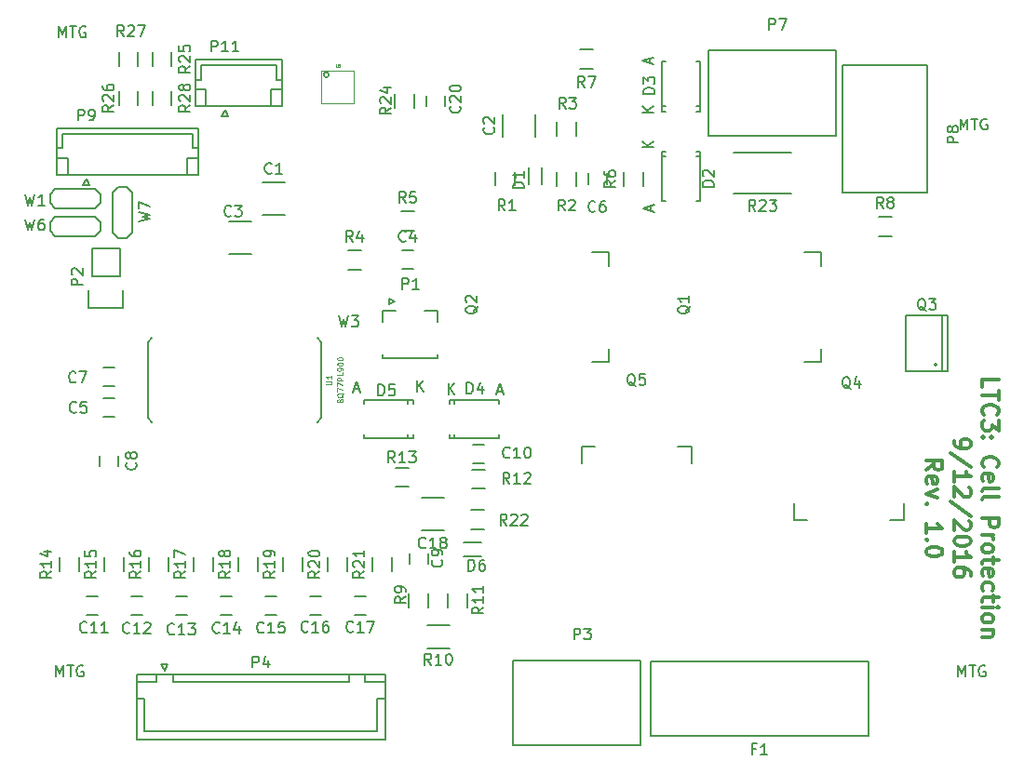
<source format=gbr>
G04 #@! TF.FileFunction,Legend,Top*
%FSLAX46Y46*%
G04 Gerber Fmt 4.6, Leading zero omitted, Abs format (unit mm)*
G04 Created by KiCad (PCBNEW (2016-05-27 BZR 6836, Git 4441a4b)-product) date 09/15/16 12:10:58*
%MOMM*%
%LPD*%
G01*
G04 APERTURE LIST*
%ADD10C,0.100000*%
%ADD11C,0.300000*%
%ADD12C,0.150000*%
%ADD13C,0.062500*%
G04 APERTURE END LIST*
D10*
D11*
X191705428Y-98200000D02*
X191705428Y-97485714D01*
X193205428Y-97485714D01*
X193205428Y-98485714D02*
X193205428Y-99342857D01*
X191705428Y-98914285D02*
X193205428Y-98914285D01*
X191848285Y-100700000D02*
X191776857Y-100628571D01*
X191705428Y-100414285D01*
X191705428Y-100271428D01*
X191776857Y-100057142D01*
X191919714Y-99914285D01*
X192062571Y-99842857D01*
X192348285Y-99771428D01*
X192562571Y-99771428D01*
X192848285Y-99842857D01*
X192991142Y-99914285D01*
X193134000Y-100057142D01*
X193205428Y-100271428D01*
X193205428Y-100414285D01*
X193134000Y-100628571D01*
X193062571Y-100700000D01*
X193205428Y-101200000D02*
X193205428Y-102128571D01*
X192634000Y-101628571D01*
X192634000Y-101842857D01*
X192562571Y-101985714D01*
X192491142Y-102057142D01*
X192348285Y-102128571D01*
X191991142Y-102128571D01*
X191848285Y-102057142D01*
X191776857Y-101985714D01*
X191705428Y-101842857D01*
X191705428Y-101414285D01*
X191776857Y-101271428D01*
X191848285Y-101200000D01*
X191848285Y-102771428D02*
X191776857Y-102842857D01*
X191705428Y-102771428D01*
X191776857Y-102700000D01*
X191848285Y-102771428D01*
X191705428Y-102771428D01*
X192634000Y-102771428D02*
X192562571Y-102842857D01*
X192491142Y-102771428D01*
X192562571Y-102700000D01*
X192634000Y-102771428D01*
X192491142Y-102771428D01*
X191848285Y-105485714D02*
X191776857Y-105414285D01*
X191705428Y-105200000D01*
X191705428Y-105057142D01*
X191776857Y-104842857D01*
X191919714Y-104700000D01*
X192062571Y-104628571D01*
X192348285Y-104557142D01*
X192562571Y-104557142D01*
X192848285Y-104628571D01*
X192991142Y-104700000D01*
X193134000Y-104842857D01*
X193205428Y-105057142D01*
X193205428Y-105200000D01*
X193134000Y-105414285D01*
X193062571Y-105485714D01*
X191776857Y-106700000D02*
X191705428Y-106557142D01*
X191705428Y-106271428D01*
X191776857Y-106128571D01*
X191919714Y-106057142D01*
X192491142Y-106057142D01*
X192634000Y-106128571D01*
X192705428Y-106271428D01*
X192705428Y-106557142D01*
X192634000Y-106700000D01*
X192491142Y-106771428D01*
X192348285Y-106771428D01*
X192205428Y-106057142D01*
X191705428Y-107628571D02*
X191776857Y-107485714D01*
X191919714Y-107414285D01*
X193205428Y-107414285D01*
X191705428Y-108414285D02*
X191776857Y-108271428D01*
X191919714Y-108200000D01*
X193205428Y-108200000D01*
X191705428Y-110128571D02*
X193205428Y-110128571D01*
X193205428Y-110700000D01*
X193134000Y-110842857D01*
X193062571Y-110914285D01*
X192919714Y-110985714D01*
X192705428Y-110985714D01*
X192562571Y-110914285D01*
X192491142Y-110842857D01*
X192419714Y-110700000D01*
X192419714Y-110128571D01*
X191705428Y-111628571D02*
X192705428Y-111628571D01*
X192419714Y-111628571D02*
X192562571Y-111700000D01*
X192634000Y-111771428D01*
X192705428Y-111914285D01*
X192705428Y-112057142D01*
X191705428Y-112771428D02*
X191776857Y-112628571D01*
X191848285Y-112557142D01*
X191991142Y-112485714D01*
X192419714Y-112485714D01*
X192562571Y-112557142D01*
X192634000Y-112628571D01*
X192705428Y-112771428D01*
X192705428Y-112985714D01*
X192634000Y-113128571D01*
X192562571Y-113200000D01*
X192419714Y-113271428D01*
X191991142Y-113271428D01*
X191848285Y-113200000D01*
X191776857Y-113128571D01*
X191705428Y-112985714D01*
X191705428Y-112771428D01*
X192705428Y-113700000D02*
X192705428Y-114271428D01*
X193205428Y-113914285D02*
X191919714Y-113914285D01*
X191776857Y-113985714D01*
X191705428Y-114128571D01*
X191705428Y-114271428D01*
X191776857Y-115342857D02*
X191705428Y-115200000D01*
X191705428Y-114914285D01*
X191776857Y-114771428D01*
X191919714Y-114700000D01*
X192491142Y-114700000D01*
X192634000Y-114771428D01*
X192705428Y-114914285D01*
X192705428Y-115200000D01*
X192634000Y-115342857D01*
X192491142Y-115414285D01*
X192348285Y-115414285D01*
X192205428Y-114700000D01*
X191776857Y-116700000D02*
X191705428Y-116557142D01*
X191705428Y-116271428D01*
X191776857Y-116128571D01*
X191848285Y-116057142D01*
X191991142Y-115985714D01*
X192419714Y-115985714D01*
X192562571Y-116057142D01*
X192634000Y-116128571D01*
X192705428Y-116271428D01*
X192705428Y-116557142D01*
X192634000Y-116700000D01*
X192705428Y-117128571D02*
X192705428Y-117700000D01*
X193205428Y-117342857D02*
X191919714Y-117342857D01*
X191776857Y-117414285D01*
X191705428Y-117557142D01*
X191705428Y-117700000D01*
X191705428Y-118200000D02*
X192705428Y-118200000D01*
X193205428Y-118200000D02*
X193134000Y-118128571D01*
X193062571Y-118200000D01*
X193134000Y-118271428D01*
X193205428Y-118200000D01*
X193062571Y-118200000D01*
X191705428Y-119128571D02*
X191776857Y-118985714D01*
X191848285Y-118914285D01*
X191991142Y-118842857D01*
X192419714Y-118842857D01*
X192562571Y-118914285D01*
X192634000Y-118985714D01*
X192705428Y-119128571D01*
X192705428Y-119342857D01*
X192634000Y-119485714D01*
X192562571Y-119557142D01*
X192419714Y-119628571D01*
X191991142Y-119628571D01*
X191848285Y-119557142D01*
X191776857Y-119485714D01*
X191705428Y-119342857D01*
X191705428Y-119128571D01*
X192705428Y-120271428D02*
X191705428Y-120271428D01*
X192562571Y-120271428D02*
X192634000Y-120342857D01*
X192705428Y-120485714D01*
X192705428Y-120700000D01*
X192634000Y-120842857D01*
X192491142Y-120914285D01*
X191705428Y-120914285D01*
X189155428Y-103057142D02*
X189155428Y-103342857D01*
X189226857Y-103485714D01*
X189298285Y-103557142D01*
X189512571Y-103700000D01*
X189798285Y-103771428D01*
X190369714Y-103771428D01*
X190512571Y-103700000D01*
X190584000Y-103628571D01*
X190655428Y-103485714D01*
X190655428Y-103200000D01*
X190584000Y-103057142D01*
X190512571Y-102985714D01*
X190369714Y-102914285D01*
X190012571Y-102914285D01*
X189869714Y-102985714D01*
X189798285Y-103057142D01*
X189726857Y-103200000D01*
X189726857Y-103485714D01*
X189798285Y-103628571D01*
X189869714Y-103700000D01*
X190012571Y-103771428D01*
X190726857Y-105485714D02*
X188798285Y-104200000D01*
X189155428Y-106771428D02*
X189155428Y-105914285D01*
X189155428Y-106342857D02*
X190655428Y-106342857D01*
X190441142Y-106200000D01*
X190298285Y-106057142D01*
X190226857Y-105914285D01*
X190512571Y-107342857D02*
X190584000Y-107414285D01*
X190655428Y-107557142D01*
X190655428Y-107914285D01*
X190584000Y-108057142D01*
X190512571Y-108128571D01*
X190369714Y-108200000D01*
X190226857Y-108200000D01*
X190012571Y-108128571D01*
X189155428Y-107271428D01*
X189155428Y-108200000D01*
X190726857Y-109914285D02*
X188798285Y-108628571D01*
X190512571Y-110342857D02*
X190584000Y-110414285D01*
X190655428Y-110557142D01*
X190655428Y-110914285D01*
X190584000Y-111057142D01*
X190512571Y-111128571D01*
X190369714Y-111200000D01*
X190226857Y-111200000D01*
X190012571Y-111128571D01*
X189155428Y-110271428D01*
X189155428Y-111200000D01*
X190655428Y-112128571D02*
X190655428Y-112271428D01*
X190584000Y-112414285D01*
X190512571Y-112485714D01*
X190369714Y-112557142D01*
X190084000Y-112628571D01*
X189726857Y-112628571D01*
X189441142Y-112557142D01*
X189298285Y-112485714D01*
X189226857Y-112414285D01*
X189155428Y-112271428D01*
X189155428Y-112128571D01*
X189226857Y-111985714D01*
X189298285Y-111914285D01*
X189441142Y-111842857D01*
X189726857Y-111771428D01*
X190084000Y-111771428D01*
X190369714Y-111842857D01*
X190512571Y-111914285D01*
X190584000Y-111985714D01*
X190655428Y-112128571D01*
X189155428Y-114057142D02*
X189155428Y-113200000D01*
X189155428Y-113628571D02*
X190655428Y-113628571D01*
X190441142Y-113485714D01*
X190298285Y-113342857D01*
X190226857Y-113200000D01*
X190655428Y-115342857D02*
X190655428Y-115057142D01*
X190584000Y-114914285D01*
X190512571Y-114842857D01*
X190298285Y-114700000D01*
X190012571Y-114628571D01*
X189441142Y-114628571D01*
X189298285Y-114700000D01*
X189226857Y-114771428D01*
X189155428Y-114914285D01*
X189155428Y-115200000D01*
X189226857Y-115342857D01*
X189298285Y-115414285D01*
X189441142Y-115485714D01*
X189798285Y-115485714D01*
X189941142Y-115414285D01*
X190012571Y-115342857D01*
X190084000Y-115200000D01*
X190084000Y-114914285D01*
X190012571Y-114771428D01*
X189941142Y-114700000D01*
X189798285Y-114628571D01*
X186605428Y-105735714D02*
X187319714Y-105235714D01*
X186605428Y-104878571D02*
X188105428Y-104878571D01*
X188105428Y-105450000D01*
X188034000Y-105592857D01*
X187962571Y-105664285D01*
X187819714Y-105735714D01*
X187605428Y-105735714D01*
X187462571Y-105664285D01*
X187391142Y-105592857D01*
X187319714Y-105450000D01*
X187319714Y-104878571D01*
X186676857Y-106950000D02*
X186605428Y-106807142D01*
X186605428Y-106521428D01*
X186676857Y-106378571D01*
X186819714Y-106307142D01*
X187391142Y-106307142D01*
X187534000Y-106378571D01*
X187605428Y-106521428D01*
X187605428Y-106807142D01*
X187534000Y-106950000D01*
X187391142Y-107021428D01*
X187248285Y-107021428D01*
X187105428Y-106307142D01*
X187605428Y-107521428D02*
X186605428Y-107878571D01*
X187605428Y-108235714D01*
X186748285Y-108807142D02*
X186676857Y-108878571D01*
X186605428Y-108807142D01*
X186676857Y-108735714D01*
X186748285Y-108807142D01*
X186605428Y-108807142D01*
X186605428Y-111450000D02*
X186605428Y-110592857D01*
X186605428Y-111021428D02*
X188105428Y-111021428D01*
X187891142Y-110878571D01*
X187748285Y-110735714D01*
X187676857Y-110592857D01*
X186748285Y-112092857D02*
X186676857Y-112164285D01*
X186605428Y-112092857D01*
X186676857Y-112021428D01*
X186748285Y-112092857D01*
X186605428Y-112092857D01*
X188105428Y-113092857D02*
X188105428Y-113235714D01*
X188034000Y-113378571D01*
X187962571Y-113450000D01*
X187819714Y-113521428D01*
X187534000Y-113592857D01*
X187176857Y-113592857D01*
X186891142Y-113521428D01*
X186748285Y-113450000D01*
X186676857Y-113378571D01*
X186605428Y-113235714D01*
X186605428Y-113092857D01*
X186676857Y-112950000D01*
X186748285Y-112878571D01*
X186891142Y-112807142D01*
X187176857Y-112735714D01*
X187534000Y-112735714D01*
X187819714Y-112807142D01*
X187962571Y-112878571D01*
X188034000Y-112950000D01*
X188105428Y-113092857D01*
D12*
X114949000Y-67730000D02*
X114949000Y-68930000D01*
X113199000Y-68930000D02*
X113199000Y-67730000D01*
X116247000Y-68930000D02*
X116247000Y-67730000D01*
X117997000Y-67730000D02*
X117997000Y-68930000D01*
X116247000Y-72486000D02*
X116247000Y-71286000D01*
X117997000Y-71286000D02*
X117997000Y-72486000D01*
X114949000Y-71286000D02*
X114949000Y-72486000D01*
X113199000Y-72486000D02*
X113199000Y-71286000D01*
X139946000Y-85764000D02*
X138946000Y-85764000D01*
X138946000Y-87464000D02*
X139946000Y-87464000D01*
X111768000Y-100926000D02*
X112768000Y-100926000D01*
X112768000Y-99226000D02*
X111768000Y-99226000D01*
X155868000Y-78732000D02*
X155868000Y-79732000D01*
X157568000Y-79732000D02*
X157568000Y-78732000D01*
X111768000Y-98132000D02*
X112768000Y-98132000D01*
X112768000Y-96432000D02*
X111768000Y-96432000D01*
X113118000Y-105402000D02*
X113118000Y-104402000D01*
X111418000Y-104402000D02*
X111418000Y-105402000D01*
X141312000Y-114292000D02*
X141312000Y-113292000D01*
X139612000Y-113292000D02*
X139612000Y-114292000D01*
X145384000Y-105150000D02*
X146384000Y-105150000D01*
X146384000Y-103450000D02*
X145384000Y-103450000D01*
X111244000Y-117260000D02*
X110244000Y-117260000D01*
X110244000Y-118960000D02*
X111244000Y-118960000D01*
X115308000Y-117260000D02*
X114308000Y-117260000D01*
X114308000Y-118960000D02*
X115308000Y-118960000D01*
X119372000Y-117260000D02*
X118372000Y-117260000D01*
X118372000Y-118960000D02*
X119372000Y-118960000D01*
X123436000Y-117260000D02*
X122436000Y-117260000D01*
X122436000Y-118960000D02*
X123436000Y-118960000D01*
X127500000Y-117260000D02*
X126500000Y-117260000D01*
X126500000Y-118960000D02*
X127500000Y-118960000D01*
X131564000Y-117260000D02*
X130564000Y-117260000D01*
X130564000Y-118960000D02*
X131564000Y-118960000D01*
X135628000Y-117260000D02*
X134628000Y-117260000D01*
X134628000Y-118960000D02*
X135628000Y-118960000D01*
X141136000Y-71636000D02*
X141136000Y-72636000D01*
X142836000Y-72636000D02*
X142836000Y-71636000D01*
X162587940Y-77194860D02*
X162938460Y-77194860D01*
X166088060Y-77194860D02*
X165737540Y-77194860D01*
X162587940Y-81244440D02*
X162938460Y-81244440D01*
X162587940Y-76743560D02*
X162938460Y-76743560D01*
X166088060Y-76743560D02*
X165737540Y-76743560D01*
X166088060Y-81244440D02*
X165737540Y-81244440D01*
X162587940Y-76743560D02*
X162587940Y-81244440D01*
X166088060Y-76743560D02*
X166088060Y-81244440D01*
X166088060Y-72632120D02*
X165737540Y-72632120D01*
X162587940Y-72632120D02*
X162938460Y-72632120D01*
X166088060Y-68582540D02*
X165737540Y-68582540D01*
X166088060Y-73083420D02*
X165737540Y-73083420D01*
X162587940Y-73083420D02*
X162938460Y-73083420D01*
X162587940Y-68582540D02*
X162938460Y-68582540D01*
X166088060Y-73083420D02*
X166088060Y-68582540D01*
X162587940Y-73083420D02*
X162587940Y-68582540D01*
X143709840Y-102842060D02*
X143709840Y-102491540D01*
X143709840Y-99341940D02*
X143709840Y-99692460D01*
X147759420Y-102842060D02*
X147759420Y-102491540D01*
X143258540Y-102842060D02*
X143258540Y-102491540D01*
X143258540Y-99341940D02*
X143258540Y-99692460D01*
X147759420Y-99341940D02*
X147759420Y-99692460D01*
X143258540Y-102842060D02*
X147759420Y-102842060D01*
X143258540Y-99341940D02*
X147759420Y-99341940D01*
X139500160Y-99341940D02*
X139500160Y-99692460D01*
X139500160Y-102842060D02*
X139500160Y-102491540D01*
X135450580Y-99341940D02*
X135450580Y-99692460D01*
X139951460Y-99341940D02*
X139951460Y-99692460D01*
X139951460Y-102842060D02*
X139951460Y-102491540D01*
X135450580Y-102842060D02*
X135450580Y-102491540D01*
X139951460Y-99341940D02*
X135450580Y-99341940D01*
X139951460Y-102842060D02*
X135450580Y-102842060D01*
X161544000Y-123190000D02*
X181356000Y-123190000D01*
X161544000Y-129921000D02*
X161544000Y-123190000D01*
X181356000Y-129921000D02*
X161544000Y-129921000D01*
X181356000Y-123190000D02*
X181356000Y-129921000D01*
X137200000Y-95214500D02*
X137200000Y-95514500D01*
X137200000Y-95514500D02*
X142200000Y-95514500D01*
X142200000Y-95514500D02*
X142200000Y-95214500D01*
X137200000Y-92214500D02*
X137200000Y-91214500D01*
X137200000Y-91214500D02*
X138400000Y-91214500D01*
X142200000Y-92214500D02*
X142200000Y-91214500D01*
X142200000Y-91214500D02*
X141000000Y-91214500D01*
X138300000Y-90414500D02*
X137800000Y-90164500D01*
X137800000Y-90164500D02*
X137800000Y-90664500D01*
X137800000Y-90664500D02*
X138300000Y-90414500D01*
X110744000Y-88138000D02*
X110744000Y-85598000D01*
X110464000Y-90958000D02*
X110464000Y-89408000D01*
X110744000Y-88138000D02*
X113284000Y-88138000D01*
X113564000Y-89408000D02*
X113564000Y-90958000D01*
X113564000Y-90958000D02*
X110464000Y-90958000D01*
X113284000Y-88138000D02*
X113284000Y-85598000D01*
X113284000Y-85598000D02*
X110744000Y-85598000D01*
X114798000Y-124296000D02*
X114798000Y-130246000D01*
X114798000Y-130246000D02*
X137398000Y-130246000D01*
X137398000Y-130246000D02*
X137398000Y-124296000D01*
X137398000Y-124296000D02*
X114798000Y-124296000D01*
X118098000Y-124296000D02*
X118098000Y-125046000D01*
X118098000Y-125046000D02*
X134098000Y-125046000D01*
X134098000Y-125046000D02*
X134098000Y-124296000D01*
X134098000Y-124296000D02*
X118098000Y-124296000D01*
X114798000Y-124296000D02*
X114798000Y-125046000D01*
X114798000Y-125046000D02*
X116598000Y-125046000D01*
X116598000Y-125046000D02*
X116598000Y-124296000D01*
X116598000Y-124296000D02*
X114798000Y-124296000D01*
X135598000Y-124296000D02*
X135598000Y-125046000D01*
X135598000Y-125046000D02*
X137398000Y-125046000D01*
X137398000Y-125046000D02*
X137398000Y-124296000D01*
X137398000Y-124296000D02*
X135598000Y-124296000D01*
X114798000Y-126546000D02*
X115548000Y-126546000D01*
X115548000Y-126546000D02*
X115548000Y-129496000D01*
X115548000Y-129496000D02*
X126098000Y-129496000D01*
X137398000Y-126546000D02*
X136648000Y-126546000D01*
X136648000Y-126546000D02*
X136648000Y-129496000D01*
X136648000Y-129496000D02*
X126098000Y-129496000D01*
X117348000Y-123996000D02*
X117048000Y-123396000D01*
X117048000Y-123396000D02*
X117648000Y-123396000D01*
X117648000Y-123396000D02*
X117348000Y-123996000D01*
X177078000Y-85932000D02*
X177078000Y-87182000D01*
X177078000Y-85932000D02*
X175578000Y-85932000D01*
X177078000Y-95932000D02*
X175578000Y-95932000D01*
X177078000Y-95932000D02*
X177078000Y-94682000D01*
X157774000Y-85932000D02*
X157774000Y-87182000D01*
X157774000Y-85932000D02*
X156274000Y-85932000D01*
X157774000Y-95932000D02*
X156274000Y-95932000D01*
X157774000Y-95932000D02*
X157774000Y-94682000D01*
X187579000Y-96139000D02*
G75*
G03X187579000Y-96139000I-127000J0D01*
G01*
X188087000Y-96774000D02*
X188087000Y-91694000D01*
X184785000Y-96774000D02*
X184785000Y-91694000D01*
X188595000Y-96774000D02*
X188595000Y-91694000D01*
X188595000Y-96774000D02*
X184785000Y-96774000D01*
X188595000Y-91694000D02*
X184785000Y-91694000D01*
X184578000Y-110276000D02*
X183328000Y-110276000D01*
X184578000Y-110276000D02*
X184578000Y-108776000D01*
X174578000Y-110276000D02*
X174578000Y-108776000D01*
X174578000Y-110276000D02*
X175828000Y-110276000D01*
X155274000Y-103592000D02*
X156524000Y-103592000D01*
X155274000Y-103592000D02*
X155274000Y-105092000D01*
X165274000Y-103592000D02*
X165274000Y-105092000D01*
X165274000Y-103592000D02*
X164024000Y-103592000D01*
X149211000Y-78582000D02*
X149211000Y-79782000D01*
X147461000Y-79782000D02*
X147461000Y-78582000D01*
X154799000Y-78648000D02*
X154799000Y-79848000D01*
X153049000Y-79848000D02*
X153049000Y-78648000D01*
X154799000Y-74076000D02*
X154799000Y-75276000D01*
X153049000Y-75276000D02*
X153049000Y-74076000D01*
X135220000Y-87489000D02*
X134020000Y-87489000D01*
X134020000Y-85739000D02*
X135220000Y-85739000D01*
X140046000Y-83933000D02*
X138846000Y-83933000D01*
X138846000Y-82183000D02*
X140046000Y-82183000D01*
X160895000Y-78648000D02*
X160895000Y-79848000D01*
X159145000Y-79848000D02*
X159145000Y-78648000D01*
X155102000Y-67451000D02*
X156302000Y-67451000D01*
X156302000Y-69201000D02*
X155102000Y-69201000D01*
X183480000Y-84441000D02*
X182280000Y-84441000D01*
X182280000Y-82691000D02*
X183480000Y-82691000D01*
X139587000Y-118202000D02*
X139587000Y-117002000D01*
X141337000Y-117002000D02*
X141337000Y-118202000D01*
X143143000Y-118202000D02*
X143143000Y-117002000D01*
X144893000Y-117002000D02*
X144893000Y-118202000D01*
X145284000Y-105675000D02*
X146484000Y-105675000D01*
X146484000Y-107425000D02*
X145284000Y-107425000D01*
X138334000Y-105525000D02*
X139534000Y-105525000D01*
X139534000Y-107275000D02*
X138334000Y-107275000D01*
X109587000Y-113700000D02*
X109587000Y-114900000D01*
X107837000Y-114900000D02*
X107837000Y-113700000D01*
X113651000Y-113700000D02*
X113651000Y-114900000D01*
X111901000Y-114900000D02*
X111901000Y-113700000D01*
X117715000Y-113700000D02*
X117715000Y-114900000D01*
X115965000Y-114900000D02*
X115965000Y-113700000D01*
X121779000Y-113700000D02*
X121779000Y-114900000D01*
X120029000Y-114900000D02*
X120029000Y-113700000D01*
X125843000Y-113700000D02*
X125843000Y-114900000D01*
X124093000Y-114900000D02*
X124093000Y-113700000D01*
X129907000Y-113700000D02*
X129907000Y-114900000D01*
X128157000Y-114900000D02*
X128157000Y-113700000D01*
X133971000Y-113700000D02*
X133971000Y-114900000D01*
X132221000Y-114900000D02*
X132221000Y-113700000D01*
X138035000Y-113700000D02*
X138035000Y-114900000D01*
X136285000Y-114900000D02*
X136285000Y-113700000D01*
X145196000Y-109361000D02*
X146396000Y-109361000D01*
X146396000Y-111111000D02*
X145196000Y-111111000D01*
X140067000Y-71536000D02*
X140067000Y-72736000D01*
X138317000Y-72736000D02*
X138317000Y-71536000D01*
X116173000Y-93661000D02*
X115823000Y-94136000D01*
X115823000Y-94136000D02*
X115823000Y-100936000D01*
X115823000Y-100936000D02*
X116173000Y-101386000D01*
X131223000Y-93661000D02*
X131573000Y-94136000D01*
X131573000Y-94136000D02*
X131573000Y-100936000D01*
X131573000Y-100936000D02*
X131223000Y-101411000D01*
X132274254Y-69756000D02*
G75*
G03X132274254Y-69756000I-228254J0D01*
G01*
D10*
X134598500Y-69363500D02*
X134598500Y-72363500D01*
X134598500Y-72363500D02*
X131598500Y-72363500D01*
X131598500Y-72363500D02*
X131598500Y-69363500D01*
X131598500Y-69363500D02*
X134598500Y-69363500D01*
D12*
X107420000Y-80126000D02*
X111020000Y-80126000D01*
X111020000Y-80126000D02*
X111520000Y-80626000D01*
X111520000Y-80626000D02*
X111520000Y-81426000D01*
X111520000Y-81426000D02*
X111020000Y-81926000D01*
X111020000Y-81926000D02*
X107420000Y-81926000D01*
X107420000Y-81926000D02*
X106920000Y-81426000D01*
X106920000Y-81426000D02*
X106920000Y-80626000D01*
X106920000Y-80626000D02*
X107420000Y-80126000D01*
X107420000Y-82666000D02*
X111020000Y-82666000D01*
X111020000Y-82666000D02*
X111520000Y-83166000D01*
X111520000Y-83166000D02*
X111520000Y-83966000D01*
X111520000Y-83966000D02*
X111020000Y-84466000D01*
X111020000Y-84466000D02*
X107420000Y-84466000D01*
X107420000Y-84466000D02*
X106920000Y-83966000D01*
X106920000Y-83966000D02*
X106920000Y-83166000D01*
X106920000Y-83166000D02*
X107420000Y-82666000D01*
X112638000Y-84096000D02*
X112638000Y-80496000D01*
X112638000Y-80496000D02*
X113138000Y-79996000D01*
X113138000Y-79996000D02*
X113938000Y-79996000D01*
X113938000Y-79996000D02*
X114438000Y-80496000D01*
X114438000Y-80496000D02*
X114438000Y-84096000D01*
X114438000Y-84096000D02*
X113938000Y-84596000D01*
X113938000Y-84596000D02*
X113138000Y-84596000D01*
X113138000Y-84596000D02*
X112638000Y-84096000D01*
X128254000Y-79551000D02*
X126254000Y-79551000D01*
X126254000Y-82501000D02*
X128254000Y-82501000D01*
X148131000Y-73398000D02*
X148131000Y-75398000D01*
X151081000Y-75398000D02*
X151081000Y-73398000D01*
X125206000Y-83107000D02*
X123206000Y-83107000D01*
X123206000Y-86057000D02*
X125206000Y-86057000D01*
X140734000Y-111175000D02*
X142734000Y-111175000D01*
X142734000Y-108225000D02*
X140734000Y-108225000D01*
X143240000Y-121979000D02*
X141240000Y-121979000D01*
X141240000Y-119829000D02*
X143240000Y-119829000D01*
X174334000Y-80525000D02*
X169134000Y-80525000D01*
X169134000Y-76875000D02*
X174334000Y-76875000D01*
X107536000Y-74654000D02*
X107536000Y-78854000D01*
X107536000Y-78854000D02*
X120436000Y-78854000D01*
X120436000Y-78854000D02*
X120436000Y-74654000D01*
X120436000Y-74654000D02*
X107536000Y-74654000D01*
X107536000Y-76454000D02*
X108036000Y-76454000D01*
X108036000Y-76454000D02*
X108036000Y-75154000D01*
X108036000Y-75154000D02*
X119936000Y-75154000D01*
X119936000Y-75154000D02*
X119936000Y-76454000D01*
X119936000Y-76454000D02*
X120436000Y-76454000D01*
X107536000Y-77354000D02*
X108536000Y-77354000D01*
X108536000Y-77354000D02*
X108536000Y-78854000D01*
X120436000Y-77354000D02*
X119436000Y-77354000D01*
X119436000Y-77354000D02*
X119436000Y-78854000D01*
X110236000Y-79204000D02*
X109936000Y-79804000D01*
X109936000Y-79804000D02*
X110536000Y-79804000D01*
X110536000Y-79804000D02*
X110236000Y-79204000D01*
X151684000Y-79750000D02*
X151684000Y-78200000D01*
X150484000Y-79750000D02*
X150484000Y-78200000D01*
X146134000Y-112350000D02*
X144584000Y-112350000D01*
X146134000Y-113550000D02*
X144584000Y-113550000D01*
X120134000Y-68400000D02*
X120134000Y-72600000D01*
X120134000Y-72600000D02*
X128034000Y-72600000D01*
X128034000Y-72600000D02*
X128034000Y-68400000D01*
X128034000Y-68400000D02*
X120134000Y-68400000D01*
X120134000Y-70200000D02*
X120634000Y-70200000D01*
X120634000Y-70200000D02*
X120634000Y-68900000D01*
X120634000Y-68900000D02*
X127534000Y-68900000D01*
X127534000Y-68900000D02*
X127534000Y-70200000D01*
X127534000Y-70200000D02*
X128034000Y-70200000D01*
X120134000Y-71100000D02*
X121134000Y-71100000D01*
X121134000Y-71100000D02*
X121134000Y-72600000D01*
X128034000Y-71100000D02*
X127034000Y-71100000D01*
X127034000Y-71100000D02*
X127034000Y-72600000D01*
X122834000Y-72950000D02*
X122534000Y-73550000D01*
X122534000Y-73550000D02*
X123134000Y-73550000D01*
X123134000Y-73550000D02*
X122834000Y-72950000D01*
X166784000Y-67550000D02*
X166784000Y-75300000D01*
X178384000Y-67550000D02*
X178384000Y-75300000D01*
X166784000Y-67550000D02*
X178384000Y-67550000D01*
X166784000Y-75300000D02*
X178384000Y-75300000D01*
X186734000Y-68900000D02*
X178984000Y-68900000D01*
X186734000Y-80500000D02*
X178984000Y-80500000D01*
X186734000Y-68900000D02*
X186734000Y-80500000D01*
X178984000Y-68900000D02*
X178984000Y-80500000D01*
X149034000Y-123050000D02*
X149034000Y-130800000D01*
X160634000Y-123050000D02*
X160634000Y-130800000D01*
X149034000Y-123050000D02*
X160634000Y-123050000D01*
X149034000Y-130800000D02*
X160634000Y-130800000D01*
X113657142Y-66238380D02*
X113323809Y-65762190D01*
X113085714Y-66238380D02*
X113085714Y-65238380D01*
X113466666Y-65238380D01*
X113561904Y-65286000D01*
X113609523Y-65333619D01*
X113657142Y-65428857D01*
X113657142Y-65571714D01*
X113609523Y-65666952D01*
X113561904Y-65714571D01*
X113466666Y-65762190D01*
X113085714Y-65762190D01*
X114038095Y-65333619D02*
X114085714Y-65286000D01*
X114180952Y-65238380D01*
X114419047Y-65238380D01*
X114514285Y-65286000D01*
X114561904Y-65333619D01*
X114609523Y-65428857D01*
X114609523Y-65524095D01*
X114561904Y-65666952D01*
X113990476Y-66238380D01*
X114609523Y-66238380D01*
X114942857Y-65238380D02*
X115609523Y-65238380D01*
X115180952Y-66238380D01*
X119674380Y-68972857D02*
X119198190Y-69306190D01*
X119674380Y-69544285D02*
X118674380Y-69544285D01*
X118674380Y-69163333D01*
X118722000Y-69068095D01*
X118769619Y-69020476D01*
X118864857Y-68972857D01*
X119007714Y-68972857D01*
X119102952Y-69020476D01*
X119150571Y-69068095D01*
X119198190Y-69163333D01*
X119198190Y-69544285D01*
X118769619Y-68591904D02*
X118722000Y-68544285D01*
X118674380Y-68449047D01*
X118674380Y-68210952D01*
X118722000Y-68115714D01*
X118769619Y-68068095D01*
X118864857Y-68020476D01*
X118960095Y-68020476D01*
X119102952Y-68068095D01*
X119674380Y-68639523D01*
X119674380Y-68020476D01*
X118674380Y-67115714D02*
X118674380Y-67591904D01*
X119150571Y-67639523D01*
X119102952Y-67591904D01*
X119055333Y-67496666D01*
X119055333Y-67258571D01*
X119102952Y-67163333D01*
X119150571Y-67115714D01*
X119245809Y-67068095D01*
X119483904Y-67068095D01*
X119579142Y-67115714D01*
X119626761Y-67163333D01*
X119674380Y-67258571D01*
X119674380Y-67496666D01*
X119626761Y-67591904D01*
X119579142Y-67639523D01*
X119674380Y-72528857D02*
X119198190Y-72862190D01*
X119674380Y-73100285D02*
X118674380Y-73100285D01*
X118674380Y-72719333D01*
X118722000Y-72624095D01*
X118769619Y-72576476D01*
X118864857Y-72528857D01*
X119007714Y-72528857D01*
X119102952Y-72576476D01*
X119150571Y-72624095D01*
X119198190Y-72719333D01*
X119198190Y-73100285D01*
X118769619Y-72147904D02*
X118722000Y-72100285D01*
X118674380Y-72005047D01*
X118674380Y-71766952D01*
X118722000Y-71671714D01*
X118769619Y-71624095D01*
X118864857Y-71576476D01*
X118960095Y-71576476D01*
X119102952Y-71624095D01*
X119674380Y-72195523D01*
X119674380Y-71576476D01*
X119102952Y-71005047D02*
X119055333Y-71100285D01*
X119007714Y-71147904D01*
X118912476Y-71195523D01*
X118864857Y-71195523D01*
X118769619Y-71147904D01*
X118722000Y-71100285D01*
X118674380Y-71005047D01*
X118674380Y-70814571D01*
X118722000Y-70719333D01*
X118769619Y-70671714D01*
X118864857Y-70624095D01*
X118912476Y-70624095D01*
X119007714Y-70671714D01*
X119055333Y-70719333D01*
X119102952Y-70814571D01*
X119102952Y-71005047D01*
X119150571Y-71100285D01*
X119198190Y-71147904D01*
X119293428Y-71195523D01*
X119483904Y-71195523D01*
X119579142Y-71147904D01*
X119626761Y-71100285D01*
X119674380Y-71005047D01*
X119674380Y-70814571D01*
X119626761Y-70719333D01*
X119579142Y-70671714D01*
X119483904Y-70624095D01*
X119293428Y-70624095D01*
X119198190Y-70671714D01*
X119150571Y-70719333D01*
X119102952Y-70814571D01*
X112720380Y-72528857D02*
X112244190Y-72862190D01*
X112720380Y-73100285D02*
X111720380Y-73100285D01*
X111720380Y-72719333D01*
X111768000Y-72624095D01*
X111815619Y-72576476D01*
X111910857Y-72528857D01*
X112053714Y-72528857D01*
X112148952Y-72576476D01*
X112196571Y-72624095D01*
X112244190Y-72719333D01*
X112244190Y-73100285D01*
X111815619Y-72147904D02*
X111768000Y-72100285D01*
X111720380Y-72005047D01*
X111720380Y-71766952D01*
X111768000Y-71671714D01*
X111815619Y-71624095D01*
X111910857Y-71576476D01*
X112006095Y-71576476D01*
X112148952Y-71624095D01*
X112720380Y-72195523D01*
X112720380Y-71576476D01*
X111720380Y-70719333D02*
X111720380Y-70909809D01*
X111768000Y-71005047D01*
X111815619Y-71052666D01*
X111958476Y-71147904D01*
X112148952Y-71195523D01*
X112529904Y-71195523D01*
X112625142Y-71147904D01*
X112672761Y-71100285D01*
X112720380Y-71005047D01*
X112720380Y-70814571D01*
X112672761Y-70719333D01*
X112625142Y-70671714D01*
X112529904Y-70624095D01*
X112291809Y-70624095D01*
X112196571Y-70671714D01*
X112148952Y-70719333D01*
X112101333Y-70814571D01*
X112101333Y-71005047D01*
X112148952Y-71100285D01*
X112196571Y-71147904D01*
X112291809Y-71195523D01*
X189719714Y-74752380D02*
X189719714Y-73752380D01*
X190053047Y-74466666D01*
X190386380Y-73752380D01*
X190386380Y-74752380D01*
X190719714Y-73752380D02*
X191291142Y-73752380D01*
X191005428Y-74752380D02*
X191005428Y-73752380D01*
X192148285Y-73800000D02*
X192053047Y-73752380D01*
X191910190Y-73752380D01*
X191767333Y-73800000D01*
X191672095Y-73895238D01*
X191624476Y-73990476D01*
X191576857Y-74180952D01*
X191576857Y-74323809D01*
X191624476Y-74514285D01*
X191672095Y-74609523D01*
X191767333Y-74704761D01*
X191910190Y-74752380D01*
X192005428Y-74752380D01*
X192148285Y-74704761D01*
X192195904Y-74657142D01*
X192195904Y-74323809D01*
X192005428Y-74323809D01*
X107497714Y-124531380D02*
X107497714Y-123531380D01*
X107831047Y-124245666D01*
X108164380Y-123531380D01*
X108164380Y-124531380D01*
X108497714Y-123531380D02*
X109069142Y-123531380D01*
X108783428Y-124531380D02*
X108783428Y-123531380D01*
X109926285Y-123579000D02*
X109831047Y-123531380D01*
X109688190Y-123531380D01*
X109545333Y-123579000D01*
X109450095Y-123674238D01*
X109402476Y-123769476D01*
X109354857Y-123959952D01*
X109354857Y-124102809D01*
X109402476Y-124293285D01*
X109450095Y-124388523D01*
X109545333Y-124483761D01*
X109688190Y-124531380D01*
X109783428Y-124531380D01*
X109926285Y-124483761D01*
X109973904Y-124436142D01*
X109973904Y-124102809D01*
X109783428Y-124102809D01*
X139279333Y-84871142D02*
X139231714Y-84918761D01*
X139088857Y-84966380D01*
X138993619Y-84966380D01*
X138850761Y-84918761D01*
X138755523Y-84823523D01*
X138707904Y-84728285D01*
X138660285Y-84537809D01*
X138660285Y-84394952D01*
X138707904Y-84204476D01*
X138755523Y-84109238D01*
X138850761Y-84014000D01*
X138993619Y-83966380D01*
X139088857Y-83966380D01*
X139231714Y-84014000D01*
X139279333Y-84061619D01*
X140136476Y-84299714D02*
X140136476Y-84966380D01*
X139898380Y-83918761D02*
X139660285Y-84633047D01*
X140279333Y-84633047D01*
X109320033Y-100420442D02*
X109272414Y-100468061D01*
X109129557Y-100515680D01*
X109034319Y-100515680D01*
X108891461Y-100468061D01*
X108796223Y-100372823D01*
X108748604Y-100277585D01*
X108700985Y-100087109D01*
X108700985Y-99944252D01*
X108748604Y-99753776D01*
X108796223Y-99658538D01*
X108891461Y-99563300D01*
X109034319Y-99515680D01*
X109129557Y-99515680D01*
X109272414Y-99563300D01*
X109320033Y-99610919D01*
X110224795Y-99515680D02*
X109748604Y-99515680D01*
X109700985Y-99991871D01*
X109748604Y-99944252D01*
X109843842Y-99896633D01*
X110081938Y-99896633D01*
X110177176Y-99944252D01*
X110224795Y-99991871D01*
X110272414Y-100087109D01*
X110272414Y-100325204D01*
X110224795Y-100420442D01*
X110177176Y-100468061D01*
X110081938Y-100515680D01*
X109843842Y-100515680D01*
X109748604Y-100468061D01*
X109700985Y-100420442D01*
X156525933Y-82145142D02*
X156478314Y-82192761D01*
X156335457Y-82240380D01*
X156240219Y-82240380D01*
X156097361Y-82192761D01*
X156002123Y-82097523D01*
X155954504Y-82002285D01*
X155906885Y-81811809D01*
X155906885Y-81668952D01*
X155954504Y-81478476D01*
X156002123Y-81383238D01*
X156097361Y-81288000D01*
X156240219Y-81240380D01*
X156335457Y-81240380D01*
X156478314Y-81288000D01*
X156525933Y-81335619D01*
X157383076Y-81240380D02*
X157192600Y-81240380D01*
X157097361Y-81288000D01*
X157049742Y-81335619D01*
X156954504Y-81478476D01*
X156906885Y-81668952D01*
X156906885Y-82049904D01*
X156954504Y-82145142D01*
X157002123Y-82192761D01*
X157097361Y-82240380D01*
X157287838Y-82240380D01*
X157383076Y-82192761D01*
X157430695Y-82145142D01*
X157478314Y-82049904D01*
X157478314Y-81811809D01*
X157430695Y-81716571D01*
X157383076Y-81668952D01*
X157287838Y-81621333D01*
X157097361Y-81621333D01*
X157002123Y-81668952D01*
X156954504Y-81716571D01*
X156906885Y-81811809D01*
X109269233Y-97677242D02*
X109221614Y-97724861D01*
X109078757Y-97772480D01*
X108983519Y-97772480D01*
X108840661Y-97724861D01*
X108745423Y-97629623D01*
X108697804Y-97534385D01*
X108650185Y-97343909D01*
X108650185Y-97201052D01*
X108697804Y-97010576D01*
X108745423Y-96915338D01*
X108840661Y-96820100D01*
X108983519Y-96772480D01*
X109078757Y-96772480D01*
X109221614Y-96820100D01*
X109269233Y-96867719D01*
X109602566Y-96772480D02*
X110269233Y-96772480D01*
X109840661Y-97772480D01*
X114725142Y-105068666D02*
X114772761Y-105116285D01*
X114820380Y-105259142D01*
X114820380Y-105354380D01*
X114772761Y-105497238D01*
X114677523Y-105592476D01*
X114582285Y-105640095D01*
X114391809Y-105687714D01*
X114248952Y-105687714D01*
X114058476Y-105640095D01*
X113963238Y-105592476D01*
X113868000Y-105497238D01*
X113820380Y-105354380D01*
X113820380Y-105259142D01*
X113868000Y-105116285D01*
X113915619Y-105068666D01*
X114248952Y-104497238D02*
X114201333Y-104592476D01*
X114153714Y-104640095D01*
X114058476Y-104687714D01*
X114010857Y-104687714D01*
X113915619Y-104640095D01*
X113868000Y-104592476D01*
X113820380Y-104497238D01*
X113820380Y-104306761D01*
X113868000Y-104211523D01*
X113915619Y-104163904D01*
X114010857Y-104116285D01*
X114058476Y-104116285D01*
X114153714Y-104163904D01*
X114201333Y-104211523D01*
X114248952Y-104306761D01*
X114248952Y-104497238D01*
X114296571Y-104592476D01*
X114344190Y-104640095D01*
X114439428Y-104687714D01*
X114629904Y-104687714D01*
X114725142Y-104640095D01*
X114772761Y-104592476D01*
X114820380Y-104497238D01*
X114820380Y-104306761D01*
X114772761Y-104211523D01*
X114725142Y-104163904D01*
X114629904Y-104116285D01*
X114439428Y-104116285D01*
X114344190Y-104163904D01*
X114296571Y-104211523D01*
X114248952Y-104306761D01*
X142546342Y-113920566D02*
X142593961Y-113968185D01*
X142641580Y-114111042D01*
X142641580Y-114206280D01*
X142593961Y-114349138D01*
X142498723Y-114444376D01*
X142403485Y-114491995D01*
X142213009Y-114539614D01*
X142070152Y-114539614D01*
X141879676Y-114491995D01*
X141784438Y-114444376D01*
X141689200Y-114349138D01*
X141641580Y-114206280D01*
X141641580Y-114111042D01*
X141689200Y-113968185D01*
X141736819Y-113920566D01*
X142641580Y-113444376D02*
X142641580Y-113253900D01*
X142593961Y-113158661D01*
X142546342Y-113111042D01*
X142403485Y-113015804D01*
X142213009Y-112968185D01*
X141832057Y-112968185D01*
X141736819Y-113015804D01*
X141689200Y-113063423D01*
X141641580Y-113158661D01*
X141641580Y-113349138D01*
X141689200Y-113444376D01*
X141736819Y-113491995D01*
X141832057Y-113539614D01*
X142070152Y-113539614D01*
X142165390Y-113491995D01*
X142213009Y-113444376D01*
X142260628Y-113349138D01*
X142260628Y-113158661D01*
X142213009Y-113063423D01*
X142165390Y-113015804D01*
X142070152Y-112968185D01*
X148749642Y-104555542D02*
X148702023Y-104603161D01*
X148559166Y-104650780D01*
X148463928Y-104650780D01*
X148321071Y-104603161D01*
X148225833Y-104507923D01*
X148178214Y-104412685D01*
X148130595Y-104222209D01*
X148130595Y-104079352D01*
X148178214Y-103888876D01*
X148225833Y-103793638D01*
X148321071Y-103698400D01*
X148463928Y-103650780D01*
X148559166Y-103650780D01*
X148702023Y-103698400D01*
X148749642Y-103746019D01*
X149702023Y-104650780D02*
X149130595Y-104650780D01*
X149416309Y-104650780D02*
X149416309Y-103650780D01*
X149321071Y-103793638D01*
X149225833Y-103888876D01*
X149130595Y-103936495D01*
X150321071Y-103650780D02*
X150416309Y-103650780D01*
X150511547Y-103698400D01*
X150559166Y-103746019D01*
X150606785Y-103841257D01*
X150654404Y-104031733D01*
X150654404Y-104269828D01*
X150606785Y-104460304D01*
X150559166Y-104555542D01*
X150511547Y-104603161D01*
X150416309Y-104650780D01*
X150321071Y-104650780D01*
X150225833Y-104603161D01*
X150178214Y-104555542D01*
X150130595Y-104460304D01*
X150082976Y-104269828D01*
X150082976Y-104031733D01*
X150130595Y-103841257D01*
X150178214Y-103746019D01*
X150225833Y-103698400D01*
X150321071Y-103650780D01*
X110266242Y-120448342D02*
X110218623Y-120495961D01*
X110075766Y-120543580D01*
X109980528Y-120543580D01*
X109837671Y-120495961D01*
X109742433Y-120400723D01*
X109694814Y-120305485D01*
X109647195Y-120115009D01*
X109647195Y-119972152D01*
X109694814Y-119781676D01*
X109742433Y-119686438D01*
X109837671Y-119591200D01*
X109980528Y-119543580D01*
X110075766Y-119543580D01*
X110218623Y-119591200D01*
X110266242Y-119638819D01*
X111218623Y-120543580D02*
X110647195Y-120543580D01*
X110932909Y-120543580D02*
X110932909Y-119543580D01*
X110837671Y-119686438D01*
X110742433Y-119781676D01*
X110647195Y-119829295D01*
X112171004Y-120543580D02*
X111599576Y-120543580D01*
X111885290Y-120543580D02*
X111885290Y-119543580D01*
X111790052Y-119686438D01*
X111694814Y-119781676D01*
X111599576Y-119829295D01*
X114165142Y-120511842D02*
X114117523Y-120559461D01*
X113974666Y-120607080D01*
X113879428Y-120607080D01*
X113736571Y-120559461D01*
X113641333Y-120464223D01*
X113593714Y-120368985D01*
X113546095Y-120178509D01*
X113546095Y-120035652D01*
X113593714Y-119845176D01*
X113641333Y-119749938D01*
X113736571Y-119654700D01*
X113879428Y-119607080D01*
X113974666Y-119607080D01*
X114117523Y-119654700D01*
X114165142Y-119702319D01*
X115117523Y-120607080D02*
X114546095Y-120607080D01*
X114831809Y-120607080D02*
X114831809Y-119607080D01*
X114736571Y-119749938D01*
X114641333Y-119845176D01*
X114546095Y-119892795D01*
X115498476Y-119702319D02*
X115546095Y-119654700D01*
X115641333Y-119607080D01*
X115879428Y-119607080D01*
X115974666Y-119654700D01*
X116022285Y-119702319D01*
X116069904Y-119797557D01*
X116069904Y-119892795D01*
X116022285Y-120035652D01*
X115450857Y-120607080D01*
X116069904Y-120607080D01*
X118229142Y-120613442D02*
X118181523Y-120661061D01*
X118038666Y-120708680D01*
X117943428Y-120708680D01*
X117800571Y-120661061D01*
X117705333Y-120565823D01*
X117657714Y-120470585D01*
X117610095Y-120280109D01*
X117610095Y-120137252D01*
X117657714Y-119946776D01*
X117705333Y-119851538D01*
X117800571Y-119756300D01*
X117943428Y-119708680D01*
X118038666Y-119708680D01*
X118181523Y-119756300D01*
X118229142Y-119803919D01*
X119181523Y-120708680D02*
X118610095Y-120708680D01*
X118895809Y-120708680D02*
X118895809Y-119708680D01*
X118800571Y-119851538D01*
X118705333Y-119946776D01*
X118610095Y-119994395D01*
X119514857Y-119708680D02*
X120133904Y-119708680D01*
X119800571Y-120089633D01*
X119943428Y-120089633D01*
X120038666Y-120137252D01*
X120086285Y-120184871D01*
X120133904Y-120280109D01*
X120133904Y-120518204D01*
X120086285Y-120613442D01*
X120038666Y-120661061D01*
X119943428Y-120708680D01*
X119657714Y-120708680D01*
X119562476Y-120661061D01*
X119514857Y-120613442D01*
X122343942Y-120486442D02*
X122296323Y-120534061D01*
X122153466Y-120581680D01*
X122058228Y-120581680D01*
X121915371Y-120534061D01*
X121820133Y-120438823D01*
X121772514Y-120343585D01*
X121724895Y-120153109D01*
X121724895Y-120010252D01*
X121772514Y-119819776D01*
X121820133Y-119724538D01*
X121915371Y-119629300D01*
X122058228Y-119581680D01*
X122153466Y-119581680D01*
X122296323Y-119629300D01*
X122343942Y-119676919D01*
X123296323Y-120581680D02*
X122724895Y-120581680D01*
X123010609Y-120581680D02*
X123010609Y-119581680D01*
X122915371Y-119724538D01*
X122820133Y-119819776D01*
X122724895Y-119867395D01*
X124153466Y-119915014D02*
X124153466Y-120581680D01*
X123915371Y-119534061D02*
X123677276Y-120248347D01*
X124296323Y-120248347D01*
X126382542Y-120473742D02*
X126334923Y-120521361D01*
X126192066Y-120568980D01*
X126096828Y-120568980D01*
X125953971Y-120521361D01*
X125858733Y-120426123D01*
X125811114Y-120330885D01*
X125763495Y-120140409D01*
X125763495Y-119997552D01*
X125811114Y-119807076D01*
X125858733Y-119711838D01*
X125953971Y-119616600D01*
X126096828Y-119568980D01*
X126192066Y-119568980D01*
X126334923Y-119616600D01*
X126382542Y-119664219D01*
X127334923Y-120568980D02*
X126763495Y-120568980D01*
X127049209Y-120568980D02*
X127049209Y-119568980D01*
X126953971Y-119711838D01*
X126858733Y-119807076D01*
X126763495Y-119854695D01*
X128239685Y-119568980D02*
X127763495Y-119568980D01*
X127715876Y-120045171D01*
X127763495Y-119997552D01*
X127858733Y-119949933D01*
X128096828Y-119949933D01*
X128192066Y-119997552D01*
X128239685Y-120045171D01*
X128287304Y-120140409D01*
X128287304Y-120378504D01*
X128239685Y-120473742D01*
X128192066Y-120521361D01*
X128096828Y-120568980D01*
X127858733Y-120568980D01*
X127763495Y-120521361D01*
X127715876Y-120473742D01*
X130395742Y-120397542D02*
X130348123Y-120445161D01*
X130205266Y-120492780D01*
X130110028Y-120492780D01*
X129967171Y-120445161D01*
X129871933Y-120349923D01*
X129824314Y-120254685D01*
X129776695Y-120064209D01*
X129776695Y-119921352D01*
X129824314Y-119730876D01*
X129871933Y-119635638D01*
X129967171Y-119540400D01*
X130110028Y-119492780D01*
X130205266Y-119492780D01*
X130348123Y-119540400D01*
X130395742Y-119588019D01*
X131348123Y-120492780D02*
X130776695Y-120492780D01*
X131062409Y-120492780D02*
X131062409Y-119492780D01*
X130967171Y-119635638D01*
X130871933Y-119730876D01*
X130776695Y-119778495D01*
X132205266Y-119492780D02*
X132014790Y-119492780D01*
X131919552Y-119540400D01*
X131871933Y-119588019D01*
X131776695Y-119730876D01*
X131729076Y-119921352D01*
X131729076Y-120302304D01*
X131776695Y-120397542D01*
X131824314Y-120445161D01*
X131919552Y-120492780D01*
X132110028Y-120492780D01*
X132205266Y-120445161D01*
X132252885Y-120397542D01*
X132300504Y-120302304D01*
X132300504Y-120064209D01*
X132252885Y-119968971D01*
X132205266Y-119921352D01*
X132110028Y-119873733D01*
X131919552Y-119873733D01*
X131824314Y-119921352D01*
X131776695Y-119968971D01*
X131729076Y-120064209D01*
X134497842Y-120397542D02*
X134450223Y-120445161D01*
X134307366Y-120492780D01*
X134212128Y-120492780D01*
X134069271Y-120445161D01*
X133974033Y-120349923D01*
X133926414Y-120254685D01*
X133878795Y-120064209D01*
X133878795Y-119921352D01*
X133926414Y-119730876D01*
X133974033Y-119635638D01*
X134069271Y-119540400D01*
X134212128Y-119492780D01*
X134307366Y-119492780D01*
X134450223Y-119540400D01*
X134497842Y-119588019D01*
X135450223Y-120492780D02*
X134878795Y-120492780D01*
X135164509Y-120492780D02*
X135164509Y-119492780D01*
X135069271Y-119635638D01*
X134974033Y-119730876D01*
X134878795Y-119778495D01*
X135783557Y-119492780D02*
X136450223Y-119492780D01*
X136021652Y-120492780D01*
X144197342Y-72613757D02*
X144244961Y-72661376D01*
X144292580Y-72804233D01*
X144292580Y-72899471D01*
X144244961Y-73042328D01*
X144149723Y-73137566D01*
X144054485Y-73185185D01*
X143864009Y-73232804D01*
X143721152Y-73232804D01*
X143530676Y-73185185D01*
X143435438Y-73137566D01*
X143340200Y-73042328D01*
X143292580Y-72899471D01*
X143292580Y-72804233D01*
X143340200Y-72661376D01*
X143387819Y-72613757D01*
X143387819Y-72232804D02*
X143340200Y-72185185D01*
X143292580Y-72089947D01*
X143292580Y-71851852D01*
X143340200Y-71756614D01*
X143387819Y-71708995D01*
X143483057Y-71661376D01*
X143578295Y-71661376D01*
X143721152Y-71708995D01*
X144292580Y-72280423D01*
X144292580Y-71661376D01*
X143292580Y-71042328D02*
X143292580Y-70947090D01*
X143340200Y-70851852D01*
X143387819Y-70804233D01*
X143483057Y-70756614D01*
X143673533Y-70708995D01*
X143911628Y-70708995D01*
X144102104Y-70756614D01*
X144197342Y-70804233D01*
X144244961Y-70851852D01*
X144292580Y-70947090D01*
X144292580Y-71042328D01*
X144244961Y-71137566D01*
X144197342Y-71185185D01*
X144102104Y-71232804D01*
X143911628Y-71280423D01*
X143673533Y-71280423D01*
X143483057Y-71232804D01*
X143387819Y-71185185D01*
X143340200Y-71137566D01*
X143292580Y-71042328D01*
X167286380Y-79938095D02*
X166286380Y-79938095D01*
X166286380Y-79700000D01*
X166334000Y-79557142D01*
X166429238Y-79461904D01*
X166524476Y-79414285D01*
X166714952Y-79366666D01*
X166857809Y-79366666D01*
X167048285Y-79414285D01*
X167143523Y-79461904D01*
X167238761Y-79557142D01*
X167286380Y-79700000D01*
X167286380Y-79938095D01*
X166381619Y-78985714D02*
X166334000Y-78938095D01*
X166286380Y-78842857D01*
X166286380Y-78604761D01*
X166334000Y-78509523D01*
X166381619Y-78461904D01*
X166476857Y-78414285D01*
X166572095Y-78414285D01*
X166714952Y-78461904D01*
X167286380Y-79033333D01*
X167286380Y-78414285D01*
X161840380Y-76355904D02*
X160840380Y-76355904D01*
X161840380Y-75784476D02*
X161268952Y-76213047D01*
X160840380Y-75784476D02*
X161411809Y-76355904D01*
X161604666Y-82132095D02*
X161604666Y-81655904D01*
X161890380Y-82227333D02*
X160890380Y-81894000D01*
X161890380Y-81560666D01*
X161920180Y-71489795D02*
X160920180Y-71489795D01*
X160920180Y-71251700D01*
X160967800Y-71108842D01*
X161063038Y-71013604D01*
X161158276Y-70965985D01*
X161348752Y-70918366D01*
X161491609Y-70918366D01*
X161682085Y-70965985D01*
X161777323Y-71013604D01*
X161872561Y-71108842D01*
X161920180Y-71251700D01*
X161920180Y-71489795D01*
X160920180Y-70585033D02*
X160920180Y-69965985D01*
X161301133Y-70299319D01*
X161301133Y-70156461D01*
X161348752Y-70061223D01*
X161396371Y-70013604D01*
X161491609Y-69965985D01*
X161729704Y-69965985D01*
X161824942Y-70013604D01*
X161872561Y-70061223D01*
X161920180Y-70156461D01*
X161920180Y-70442176D01*
X161872561Y-70537414D01*
X161824942Y-70585033D01*
X161786380Y-73161904D02*
X160786380Y-73161904D01*
X161786380Y-72590476D02*
X161214952Y-73019047D01*
X160786380Y-72590476D02*
X161357809Y-73161904D01*
X161500666Y-68738095D02*
X161500666Y-68261904D01*
X161786380Y-68833333D02*
X160786380Y-68500000D01*
X161786380Y-68166666D01*
X144842004Y-98775780D02*
X144842004Y-97775780D01*
X145080100Y-97775780D01*
X145222957Y-97823400D01*
X145318195Y-97918638D01*
X145365814Y-98013876D01*
X145413433Y-98204352D01*
X145413433Y-98347209D01*
X145365814Y-98537685D01*
X145318195Y-98632923D01*
X145222957Y-98728161D01*
X145080100Y-98775780D01*
X144842004Y-98775780D01*
X146270576Y-98109114D02*
X146270576Y-98775780D01*
X146032480Y-97728161D02*
X145794385Y-98442447D01*
X146413433Y-98442447D01*
X143172095Y-98852380D02*
X143172095Y-97852380D01*
X143743523Y-98852380D02*
X143314952Y-98280952D01*
X143743523Y-97852380D02*
X143172095Y-98423809D01*
X147595904Y-98566666D02*
X148072095Y-98566666D01*
X147500666Y-98852380D02*
X147834000Y-97852380D01*
X148167333Y-98852380D01*
X136795904Y-98952380D02*
X136795904Y-97952380D01*
X137034000Y-97952380D01*
X137176857Y-98000000D01*
X137272095Y-98095238D01*
X137319714Y-98190476D01*
X137367333Y-98380952D01*
X137367333Y-98523809D01*
X137319714Y-98714285D01*
X137272095Y-98809523D01*
X137176857Y-98904761D01*
X137034000Y-98952380D01*
X136795904Y-98952380D01*
X138272095Y-97952380D02*
X137795904Y-97952380D01*
X137748285Y-98428571D01*
X137795904Y-98380952D01*
X137891142Y-98333333D01*
X138129238Y-98333333D01*
X138224476Y-98380952D01*
X138272095Y-98428571D01*
X138319714Y-98523809D01*
X138319714Y-98761904D01*
X138272095Y-98857142D01*
X138224476Y-98904761D01*
X138129238Y-98952380D01*
X137891142Y-98952380D01*
X137795904Y-98904761D01*
X137748285Y-98857142D01*
X140339115Y-98594380D02*
X140339115Y-97594380D01*
X140910543Y-98594380D02*
X140481972Y-98022952D01*
X140910543Y-97594380D02*
X140339115Y-98165809D01*
X134562924Y-98358666D02*
X135039115Y-98358666D01*
X134467686Y-98644380D02*
X134801020Y-97644380D01*
X135134353Y-98644380D01*
X171116666Y-131119571D02*
X170783333Y-131119571D01*
X170783333Y-131643380D02*
X170783333Y-130643380D01*
X171259523Y-130643380D01*
X172164285Y-131643380D02*
X171592857Y-131643380D01*
X171878571Y-131643380D02*
X171878571Y-130643380D01*
X171783333Y-130786238D01*
X171688095Y-130881476D01*
X171592857Y-130929095D01*
X138961904Y-89266880D02*
X138961904Y-88266880D01*
X139342857Y-88266880D01*
X139438095Y-88314500D01*
X139485714Y-88362119D01*
X139533333Y-88457357D01*
X139533333Y-88600214D01*
X139485714Y-88695452D01*
X139438095Y-88743071D01*
X139342857Y-88790690D01*
X138961904Y-88790690D01*
X140485714Y-89266880D02*
X139914285Y-89266880D01*
X140200000Y-89266880D02*
X140200000Y-88266880D01*
X140104761Y-88409738D01*
X140009523Y-88504976D01*
X139914285Y-88552595D01*
X109888280Y-88901495D02*
X108888280Y-88901495D01*
X108888280Y-88520542D01*
X108935900Y-88425304D01*
X108983519Y-88377685D01*
X109078757Y-88330066D01*
X109221614Y-88330066D01*
X109316852Y-88377685D01*
X109364471Y-88425304D01*
X109412090Y-88520542D01*
X109412090Y-88901495D01*
X108983519Y-87949114D02*
X108935900Y-87901495D01*
X108888280Y-87806257D01*
X108888280Y-87568161D01*
X108935900Y-87472923D01*
X108983519Y-87425304D01*
X109078757Y-87377685D01*
X109173995Y-87377685D01*
X109316852Y-87425304D01*
X109888280Y-87996733D01*
X109888280Y-87377685D01*
X125359904Y-123698380D02*
X125359904Y-122698380D01*
X125740857Y-122698380D01*
X125836095Y-122746000D01*
X125883714Y-122793619D01*
X125931333Y-122888857D01*
X125931333Y-123031714D01*
X125883714Y-123126952D01*
X125836095Y-123174571D01*
X125740857Y-123222190D01*
X125359904Y-123222190D01*
X126788476Y-123031714D02*
X126788476Y-123698380D01*
X126550380Y-122650761D02*
X126312285Y-123365047D01*
X126931333Y-123365047D01*
X165139619Y-90773238D02*
X165092000Y-90868476D01*
X164996761Y-90963714D01*
X164853904Y-91106571D01*
X164806285Y-91201809D01*
X164806285Y-91297047D01*
X165044380Y-91249428D02*
X164996761Y-91344666D01*
X164901523Y-91439904D01*
X164711047Y-91487523D01*
X164377714Y-91487523D01*
X164187238Y-91439904D01*
X164092000Y-91344666D01*
X164044380Y-91249428D01*
X164044380Y-91058952D01*
X164092000Y-90963714D01*
X164187238Y-90868476D01*
X164377714Y-90820857D01*
X164711047Y-90820857D01*
X164901523Y-90868476D01*
X164996761Y-90963714D01*
X165044380Y-91058952D01*
X165044380Y-91249428D01*
X165044380Y-89868476D02*
X165044380Y-90439904D01*
X165044380Y-90154190D02*
X164044380Y-90154190D01*
X164187238Y-90249428D01*
X164282476Y-90344666D01*
X164330095Y-90439904D01*
X145835619Y-90773238D02*
X145788000Y-90868476D01*
X145692761Y-90963714D01*
X145549904Y-91106571D01*
X145502285Y-91201809D01*
X145502285Y-91297047D01*
X145740380Y-91249428D02*
X145692761Y-91344666D01*
X145597523Y-91439904D01*
X145407047Y-91487523D01*
X145073714Y-91487523D01*
X144883238Y-91439904D01*
X144788000Y-91344666D01*
X144740380Y-91249428D01*
X144740380Y-91058952D01*
X144788000Y-90963714D01*
X144883238Y-90868476D01*
X145073714Y-90820857D01*
X145407047Y-90820857D01*
X145597523Y-90868476D01*
X145692761Y-90963714D01*
X145740380Y-91058952D01*
X145740380Y-91249428D01*
X144835619Y-90439904D02*
X144788000Y-90392285D01*
X144740380Y-90297047D01*
X144740380Y-90058952D01*
X144788000Y-89963714D01*
X144835619Y-89916095D01*
X144930857Y-89868476D01*
X145026095Y-89868476D01*
X145168952Y-89916095D01*
X145740380Y-90487523D01*
X145740380Y-89868476D01*
X186594761Y-91225619D02*
X186499523Y-91178000D01*
X186404285Y-91082761D01*
X186261428Y-90939904D01*
X186166190Y-90892285D01*
X186070952Y-90892285D01*
X186118571Y-91130380D02*
X186023333Y-91082761D01*
X185928095Y-90987523D01*
X185880476Y-90797047D01*
X185880476Y-90463714D01*
X185928095Y-90273238D01*
X186023333Y-90178000D01*
X186118571Y-90130380D01*
X186309047Y-90130380D01*
X186404285Y-90178000D01*
X186499523Y-90273238D01*
X186547142Y-90463714D01*
X186547142Y-90797047D01*
X186499523Y-90987523D01*
X186404285Y-91082761D01*
X186309047Y-91130380D01*
X186118571Y-91130380D01*
X186880476Y-90130380D02*
X187499523Y-90130380D01*
X187166190Y-90511333D01*
X187309047Y-90511333D01*
X187404285Y-90558952D01*
X187451904Y-90606571D01*
X187499523Y-90701809D01*
X187499523Y-90939904D01*
X187451904Y-91035142D01*
X187404285Y-91082761D01*
X187309047Y-91130380D01*
X187023333Y-91130380D01*
X186928095Y-91082761D01*
X186880476Y-91035142D01*
X179736761Y-98337619D02*
X179641523Y-98290000D01*
X179546285Y-98194761D01*
X179403428Y-98051904D01*
X179308190Y-98004285D01*
X179212952Y-98004285D01*
X179260571Y-98242380D02*
X179165333Y-98194761D01*
X179070095Y-98099523D01*
X179022476Y-97909047D01*
X179022476Y-97575714D01*
X179070095Y-97385238D01*
X179165333Y-97290000D01*
X179260571Y-97242380D01*
X179451047Y-97242380D01*
X179546285Y-97290000D01*
X179641523Y-97385238D01*
X179689142Y-97575714D01*
X179689142Y-97909047D01*
X179641523Y-98099523D01*
X179546285Y-98194761D01*
X179451047Y-98242380D01*
X179260571Y-98242380D01*
X180546285Y-97575714D02*
X180546285Y-98242380D01*
X180308190Y-97194761D02*
X180070095Y-97909047D01*
X180689142Y-97909047D01*
X160178761Y-98083619D02*
X160083523Y-98036000D01*
X159988285Y-97940761D01*
X159845428Y-97797904D01*
X159750190Y-97750285D01*
X159654952Y-97750285D01*
X159702571Y-97988380D02*
X159607333Y-97940761D01*
X159512095Y-97845523D01*
X159464476Y-97655047D01*
X159464476Y-97321714D01*
X159512095Y-97131238D01*
X159607333Y-97036000D01*
X159702571Y-96988380D01*
X159893047Y-96988380D01*
X159988285Y-97036000D01*
X160083523Y-97131238D01*
X160131142Y-97321714D01*
X160131142Y-97655047D01*
X160083523Y-97845523D01*
X159988285Y-97940761D01*
X159893047Y-97988380D01*
X159702571Y-97988380D01*
X161035904Y-96988380D02*
X160559714Y-96988380D01*
X160512095Y-97464571D01*
X160559714Y-97416952D01*
X160654952Y-97369333D01*
X160893047Y-97369333D01*
X160988285Y-97416952D01*
X161035904Y-97464571D01*
X161083523Y-97559809D01*
X161083523Y-97797904D01*
X161035904Y-97893142D01*
X160988285Y-97940761D01*
X160893047Y-97988380D01*
X160654952Y-97988380D01*
X160559714Y-97940761D01*
X160512095Y-97893142D01*
X148309033Y-82113380D02*
X147975700Y-81637190D01*
X147737604Y-82113380D02*
X147737604Y-81113380D01*
X148118557Y-81113380D01*
X148213795Y-81161000D01*
X148261414Y-81208619D01*
X148309033Y-81303857D01*
X148309033Y-81446714D01*
X148261414Y-81541952D01*
X148213795Y-81589571D01*
X148118557Y-81637190D01*
X147737604Y-81637190D01*
X149261414Y-82113380D02*
X148689985Y-82113380D01*
X148975700Y-82113380D02*
X148975700Y-81113380D01*
X148880461Y-81256238D01*
X148785223Y-81351476D01*
X148689985Y-81399095D01*
X153744633Y-82126080D02*
X153411300Y-81649890D01*
X153173204Y-82126080D02*
X153173204Y-81126080D01*
X153554157Y-81126080D01*
X153649395Y-81173700D01*
X153697014Y-81221319D01*
X153744633Y-81316557D01*
X153744633Y-81459414D01*
X153697014Y-81554652D01*
X153649395Y-81602271D01*
X153554157Y-81649890D01*
X153173204Y-81649890D01*
X154125585Y-81221319D02*
X154173204Y-81173700D01*
X154268442Y-81126080D01*
X154506538Y-81126080D01*
X154601776Y-81173700D01*
X154649395Y-81221319D01*
X154697014Y-81316557D01*
X154697014Y-81411795D01*
X154649395Y-81554652D01*
X154077966Y-82126080D01*
X154697014Y-82126080D01*
X153820833Y-72829680D02*
X153487500Y-72353490D01*
X153249404Y-72829680D02*
X153249404Y-71829680D01*
X153630357Y-71829680D01*
X153725595Y-71877300D01*
X153773214Y-71924919D01*
X153820833Y-72020157D01*
X153820833Y-72163014D01*
X153773214Y-72258252D01*
X153725595Y-72305871D01*
X153630357Y-72353490D01*
X153249404Y-72353490D01*
X154154166Y-71829680D02*
X154773214Y-71829680D01*
X154439880Y-72210633D01*
X154582738Y-72210633D01*
X154677976Y-72258252D01*
X154725595Y-72305871D01*
X154773214Y-72401109D01*
X154773214Y-72639204D01*
X154725595Y-72734442D01*
X154677976Y-72782061D01*
X154582738Y-72829680D01*
X154297023Y-72829680D01*
X154201785Y-72782061D01*
X154154166Y-72734442D01*
X134453333Y-84966380D02*
X134120000Y-84490190D01*
X133881904Y-84966380D02*
X133881904Y-83966380D01*
X134262857Y-83966380D01*
X134358095Y-84014000D01*
X134405714Y-84061619D01*
X134453333Y-84156857D01*
X134453333Y-84299714D01*
X134405714Y-84394952D01*
X134358095Y-84442571D01*
X134262857Y-84490190D01*
X133881904Y-84490190D01*
X135310476Y-84299714D02*
X135310476Y-84966380D01*
X135072380Y-83918761D02*
X134834285Y-84633047D01*
X135453333Y-84633047D01*
X139279333Y-81410380D02*
X138946000Y-80934190D01*
X138707904Y-81410380D02*
X138707904Y-80410380D01*
X139088857Y-80410380D01*
X139184095Y-80458000D01*
X139231714Y-80505619D01*
X139279333Y-80600857D01*
X139279333Y-80743714D01*
X139231714Y-80838952D01*
X139184095Y-80886571D01*
X139088857Y-80934190D01*
X138707904Y-80934190D01*
X140184095Y-80410380D02*
X139707904Y-80410380D01*
X139660285Y-80886571D01*
X139707904Y-80838952D01*
X139803142Y-80791333D01*
X140041238Y-80791333D01*
X140136476Y-80838952D01*
X140184095Y-80886571D01*
X140231714Y-80981809D01*
X140231714Y-81219904D01*
X140184095Y-81315142D01*
X140136476Y-81362761D01*
X140041238Y-81410380D01*
X139803142Y-81410380D01*
X139707904Y-81362761D01*
X139660285Y-81315142D01*
X158372380Y-79414666D02*
X157896190Y-79748000D01*
X158372380Y-79986095D02*
X157372380Y-79986095D01*
X157372380Y-79605142D01*
X157420000Y-79509904D01*
X157467619Y-79462285D01*
X157562857Y-79414666D01*
X157705714Y-79414666D01*
X157800952Y-79462285D01*
X157848571Y-79509904D01*
X157896190Y-79605142D01*
X157896190Y-79986095D01*
X157372380Y-78557523D02*
X157372380Y-78748000D01*
X157420000Y-78843238D01*
X157467619Y-78890857D01*
X157610476Y-78986095D01*
X157800952Y-79033714D01*
X158181904Y-79033714D01*
X158277142Y-78986095D01*
X158324761Y-78938476D01*
X158372380Y-78843238D01*
X158372380Y-78652761D01*
X158324761Y-78557523D01*
X158277142Y-78509904D01*
X158181904Y-78462285D01*
X157943809Y-78462285D01*
X157848571Y-78509904D01*
X157800952Y-78557523D01*
X157753333Y-78652761D01*
X157753333Y-78843238D01*
X157800952Y-78938476D01*
X157848571Y-78986095D01*
X157943809Y-79033714D01*
X155535333Y-70878380D02*
X155202000Y-70402190D01*
X154963904Y-70878380D02*
X154963904Y-69878380D01*
X155344857Y-69878380D01*
X155440095Y-69926000D01*
X155487714Y-69973619D01*
X155535333Y-70068857D01*
X155535333Y-70211714D01*
X155487714Y-70306952D01*
X155440095Y-70354571D01*
X155344857Y-70402190D01*
X154963904Y-70402190D01*
X155868666Y-69878380D02*
X156535333Y-69878380D01*
X156106761Y-70878380D01*
X182713333Y-81918380D02*
X182380000Y-81442190D01*
X182141904Y-81918380D02*
X182141904Y-80918380D01*
X182522857Y-80918380D01*
X182618095Y-80966000D01*
X182665714Y-81013619D01*
X182713333Y-81108857D01*
X182713333Y-81251714D01*
X182665714Y-81346952D01*
X182618095Y-81394571D01*
X182522857Y-81442190D01*
X182141904Y-81442190D01*
X183284761Y-81346952D02*
X183189523Y-81299333D01*
X183141904Y-81251714D01*
X183094285Y-81156476D01*
X183094285Y-81108857D01*
X183141904Y-81013619D01*
X183189523Y-80966000D01*
X183284761Y-80918380D01*
X183475238Y-80918380D01*
X183570476Y-80966000D01*
X183618095Y-81013619D01*
X183665714Y-81108857D01*
X183665714Y-81156476D01*
X183618095Y-81251714D01*
X183570476Y-81299333D01*
X183475238Y-81346952D01*
X183284761Y-81346952D01*
X183189523Y-81394571D01*
X183141904Y-81442190D01*
X183094285Y-81537428D01*
X183094285Y-81727904D01*
X183141904Y-81823142D01*
X183189523Y-81870761D01*
X183284761Y-81918380D01*
X183475238Y-81918380D01*
X183570476Y-81870761D01*
X183618095Y-81823142D01*
X183665714Y-81727904D01*
X183665714Y-81537428D01*
X183618095Y-81442190D01*
X183570476Y-81394571D01*
X183475238Y-81346952D01*
X139286380Y-117266666D02*
X138810190Y-117600000D01*
X139286380Y-117838095D02*
X138286380Y-117838095D01*
X138286380Y-117457142D01*
X138334000Y-117361904D01*
X138381619Y-117314285D01*
X138476857Y-117266666D01*
X138619714Y-117266666D01*
X138714952Y-117314285D01*
X138762571Y-117361904D01*
X138810190Y-117457142D01*
X138810190Y-117838095D01*
X139286380Y-116790476D02*
X139286380Y-116600000D01*
X139238761Y-116504761D01*
X139191142Y-116457142D01*
X139048285Y-116361904D01*
X138857809Y-116314285D01*
X138476857Y-116314285D01*
X138381619Y-116361904D01*
X138334000Y-116409523D01*
X138286380Y-116504761D01*
X138286380Y-116695238D01*
X138334000Y-116790476D01*
X138381619Y-116838095D01*
X138476857Y-116885714D01*
X138714952Y-116885714D01*
X138810190Y-116838095D01*
X138857809Y-116790476D01*
X138905428Y-116695238D01*
X138905428Y-116504761D01*
X138857809Y-116409523D01*
X138810190Y-116361904D01*
X138714952Y-116314285D01*
X146349980Y-118206757D02*
X145873790Y-118540090D01*
X146349980Y-118778185D02*
X145349980Y-118778185D01*
X145349980Y-118397233D01*
X145397600Y-118301995D01*
X145445219Y-118254376D01*
X145540457Y-118206757D01*
X145683314Y-118206757D01*
X145778552Y-118254376D01*
X145826171Y-118301995D01*
X145873790Y-118397233D01*
X145873790Y-118778185D01*
X146349980Y-117254376D02*
X146349980Y-117825804D01*
X146349980Y-117540090D02*
X145349980Y-117540090D01*
X145492838Y-117635328D01*
X145588076Y-117730566D01*
X145635695Y-117825804D01*
X146349980Y-116301995D02*
X146349980Y-116873423D01*
X146349980Y-116587709D02*
X145349980Y-116587709D01*
X145492838Y-116682947D01*
X145588076Y-116778185D01*
X145635695Y-116873423D01*
X148733642Y-106964280D02*
X148400309Y-106488090D01*
X148162214Y-106964280D02*
X148162214Y-105964280D01*
X148543166Y-105964280D01*
X148638404Y-106011900D01*
X148686023Y-106059519D01*
X148733642Y-106154757D01*
X148733642Y-106297614D01*
X148686023Y-106392852D01*
X148638404Y-106440471D01*
X148543166Y-106488090D01*
X148162214Y-106488090D01*
X149686023Y-106964280D02*
X149114595Y-106964280D01*
X149400309Y-106964280D02*
X149400309Y-105964280D01*
X149305071Y-106107138D01*
X149209833Y-106202376D01*
X149114595Y-106249995D01*
X150066976Y-106059519D02*
X150114595Y-106011900D01*
X150209833Y-105964280D01*
X150447928Y-105964280D01*
X150543166Y-106011900D01*
X150590785Y-106059519D01*
X150638404Y-106154757D01*
X150638404Y-106249995D01*
X150590785Y-106392852D01*
X150019357Y-106964280D01*
X150638404Y-106964280D01*
X138291142Y-105052380D02*
X137957809Y-104576190D01*
X137719714Y-105052380D02*
X137719714Y-104052380D01*
X138100666Y-104052380D01*
X138195904Y-104100000D01*
X138243523Y-104147619D01*
X138291142Y-104242857D01*
X138291142Y-104385714D01*
X138243523Y-104480952D01*
X138195904Y-104528571D01*
X138100666Y-104576190D01*
X137719714Y-104576190D01*
X139243523Y-105052380D02*
X138672095Y-105052380D01*
X138957809Y-105052380D02*
X138957809Y-104052380D01*
X138862571Y-104195238D01*
X138767333Y-104290476D01*
X138672095Y-104338095D01*
X139576857Y-104052380D02*
X140195904Y-104052380D01*
X139862571Y-104433333D01*
X140005428Y-104433333D01*
X140100666Y-104480952D01*
X140148285Y-104528571D01*
X140195904Y-104623809D01*
X140195904Y-104861904D01*
X140148285Y-104957142D01*
X140100666Y-105004761D01*
X140005428Y-105052380D01*
X139719714Y-105052380D01*
X139624476Y-105004761D01*
X139576857Y-104957142D01*
X107064380Y-114942857D02*
X106588190Y-115276190D01*
X107064380Y-115514285D02*
X106064380Y-115514285D01*
X106064380Y-115133333D01*
X106112000Y-115038095D01*
X106159619Y-114990476D01*
X106254857Y-114942857D01*
X106397714Y-114942857D01*
X106492952Y-114990476D01*
X106540571Y-115038095D01*
X106588190Y-115133333D01*
X106588190Y-115514285D01*
X107064380Y-113990476D02*
X107064380Y-114561904D01*
X107064380Y-114276190D02*
X106064380Y-114276190D01*
X106207238Y-114371428D01*
X106302476Y-114466666D01*
X106350095Y-114561904D01*
X106397714Y-113133333D02*
X107064380Y-113133333D01*
X106016761Y-113371428D02*
X106731047Y-113609523D01*
X106731047Y-112990476D01*
X111128380Y-114942857D02*
X110652190Y-115276190D01*
X111128380Y-115514285D02*
X110128380Y-115514285D01*
X110128380Y-115133333D01*
X110176000Y-115038095D01*
X110223619Y-114990476D01*
X110318857Y-114942857D01*
X110461714Y-114942857D01*
X110556952Y-114990476D01*
X110604571Y-115038095D01*
X110652190Y-115133333D01*
X110652190Y-115514285D01*
X111128380Y-113990476D02*
X111128380Y-114561904D01*
X111128380Y-114276190D02*
X110128380Y-114276190D01*
X110271238Y-114371428D01*
X110366476Y-114466666D01*
X110414095Y-114561904D01*
X110128380Y-113085714D02*
X110128380Y-113561904D01*
X110604571Y-113609523D01*
X110556952Y-113561904D01*
X110509333Y-113466666D01*
X110509333Y-113228571D01*
X110556952Y-113133333D01*
X110604571Y-113085714D01*
X110699809Y-113038095D01*
X110937904Y-113038095D01*
X111033142Y-113085714D01*
X111080761Y-113133333D01*
X111128380Y-113228571D01*
X111128380Y-113466666D01*
X111080761Y-113561904D01*
X111033142Y-113609523D01*
X115192380Y-114942857D02*
X114716190Y-115276190D01*
X115192380Y-115514285D02*
X114192380Y-115514285D01*
X114192380Y-115133333D01*
X114240000Y-115038095D01*
X114287619Y-114990476D01*
X114382857Y-114942857D01*
X114525714Y-114942857D01*
X114620952Y-114990476D01*
X114668571Y-115038095D01*
X114716190Y-115133333D01*
X114716190Y-115514285D01*
X115192380Y-113990476D02*
X115192380Y-114561904D01*
X115192380Y-114276190D02*
X114192380Y-114276190D01*
X114335238Y-114371428D01*
X114430476Y-114466666D01*
X114478095Y-114561904D01*
X114192380Y-113133333D02*
X114192380Y-113323809D01*
X114240000Y-113419047D01*
X114287619Y-113466666D01*
X114430476Y-113561904D01*
X114620952Y-113609523D01*
X115001904Y-113609523D01*
X115097142Y-113561904D01*
X115144761Y-113514285D01*
X115192380Y-113419047D01*
X115192380Y-113228571D01*
X115144761Y-113133333D01*
X115097142Y-113085714D01*
X115001904Y-113038095D01*
X114763809Y-113038095D01*
X114668571Y-113085714D01*
X114620952Y-113133333D01*
X114573333Y-113228571D01*
X114573333Y-113419047D01*
X114620952Y-113514285D01*
X114668571Y-113561904D01*
X114763809Y-113609523D01*
X119256380Y-114942857D02*
X118780190Y-115276190D01*
X119256380Y-115514285D02*
X118256380Y-115514285D01*
X118256380Y-115133333D01*
X118304000Y-115038095D01*
X118351619Y-114990476D01*
X118446857Y-114942857D01*
X118589714Y-114942857D01*
X118684952Y-114990476D01*
X118732571Y-115038095D01*
X118780190Y-115133333D01*
X118780190Y-115514285D01*
X119256380Y-113990476D02*
X119256380Y-114561904D01*
X119256380Y-114276190D02*
X118256380Y-114276190D01*
X118399238Y-114371428D01*
X118494476Y-114466666D01*
X118542095Y-114561904D01*
X118256380Y-113657142D02*
X118256380Y-112990476D01*
X119256380Y-113419047D01*
X123320380Y-114942857D02*
X122844190Y-115276190D01*
X123320380Y-115514285D02*
X122320380Y-115514285D01*
X122320380Y-115133333D01*
X122368000Y-115038095D01*
X122415619Y-114990476D01*
X122510857Y-114942857D01*
X122653714Y-114942857D01*
X122748952Y-114990476D01*
X122796571Y-115038095D01*
X122844190Y-115133333D01*
X122844190Y-115514285D01*
X123320380Y-113990476D02*
X123320380Y-114561904D01*
X123320380Y-114276190D02*
X122320380Y-114276190D01*
X122463238Y-114371428D01*
X122558476Y-114466666D01*
X122606095Y-114561904D01*
X122748952Y-113419047D02*
X122701333Y-113514285D01*
X122653714Y-113561904D01*
X122558476Y-113609523D01*
X122510857Y-113609523D01*
X122415619Y-113561904D01*
X122368000Y-113514285D01*
X122320380Y-113419047D01*
X122320380Y-113228571D01*
X122368000Y-113133333D01*
X122415619Y-113085714D01*
X122510857Y-113038095D01*
X122558476Y-113038095D01*
X122653714Y-113085714D01*
X122701333Y-113133333D01*
X122748952Y-113228571D01*
X122748952Y-113419047D01*
X122796571Y-113514285D01*
X122844190Y-113561904D01*
X122939428Y-113609523D01*
X123129904Y-113609523D01*
X123225142Y-113561904D01*
X123272761Y-113514285D01*
X123320380Y-113419047D01*
X123320380Y-113228571D01*
X123272761Y-113133333D01*
X123225142Y-113085714D01*
X123129904Y-113038095D01*
X122939428Y-113038095D01*
X122844190Y-113085714D01*
X122796571Y-113133333D01*
X122748952Y-113228571D01*
X127384380Y-114942857D02*
X126908190Y-115276190D01*
X127384380Y-115514285D02*
X126384380Y-115514285D01*
X126384380Y-115133333D01*
X126432000Y-115038095D01*
X126479619Y-114990476D01*
X126574857Y-114942857D01*
X126717714Y-114942857D01*
X126812952Y-114990476D01*
X126860571Y-115038095D01*
X126908190Y-115133333D01*
X126908190Y-115514285D01*
X127384380Y-113990476D02*
X127384380Y-114561904D01*
X127384380Y-114276190D02*
X126384380Y-114276190D01*
X126527238Y-114371428D01*
X126622476Y-114466666D01*
X126670095Y-114561904D01*
X127384380Y-113514285D02*
X127384380Y-113323809D01*
X127336761Y-113228571D01*
X127289142Y-113180952D01*
X127146285Y-113085714D01*
X126955809Y-113038095D01*
X126574857Y-113038095D01*
X126479619Y-113085714D01*
X126432000Y-113133333D01*
X126384380Y-113228571D01*
X126384380Y-113419047D01*
X126432000Y-113514285D01*
X126479619Y-113561904D01*
X126574857Y-113609523D01*
X126812952Y-113609523D01*
X126908190Y-113561904D01*
X126955809Y-113514285D01*
X127003428Y-113419047D01*
X127003428Y-113228571D01*
X126955809Y-113133333D01*
X126908190Y-113085714D01*
X126812952Y-113038095D01*
X131448380Y-114942857D02*
X130972190Y-115276190D01*
X131448380Y-115514285D02*
X130448380Y-115514285D01*
X130448380Y-115133333D01*
X130496000Y-115038095D01*
X130543619Y-114990476D01*
X130638857Y-114942857D01*
X130781714Y-114942857D01*
X130876952Y-114990476D01*
X130924571Y-115038095D01*
X130972190Y-115133333D01*
X130972190Y-115514285D01*
X130543619Y-114561904D02*
X130496000Y-114514285D01*
X130448380Y-114419047D01*
X130448380Y-114180952D01*
X130496000Y-114085714D01*
X130543619Y-114038095D01*
X130638857Y-113990476D01*
X130734095Y-113990476D01*
X130876952Y-114038095D01*
X131448380Y-114609523D01*
X131448380Y-113990476D01*
X130448380Y-113371428D02*
X130448380Y-113276190D01*
X130496000Y-113180952D01*
X130543619Y-113133333D01*
X130638857Y-113085714D01*
X130829333Y-113038095D01*
X131067428Y-113038095D01*
X131257904Y-113085714D01*
X131353142Y-113133333D01*
X131400761Y-113180952D01*
X131448380Y-113276190D01*
X131448380Y-113371428D01*
X131400761Y-113466666D01*
X131353142Y-113514285D01*
X131257904Y-113561904D01*
X131067428Y-113609523D01*
X130829333Y-113609523D01*
X130638857Y-113561904D01*
X130543619Y-113514285D01*
X130496000Y-113466666D01*
X130448380Y-113371428D01*
X135512380Y-114942857D02*
X135036190Y-115276190D01*
X135512380Y-115514285D02*
X134512380Y-115514285D01*
X134512380Y-115133333D01*
X134560000Y-115038095D01*
X134607619Y-114990476D01*
X134702857Y-114942857D01*
X134845714Y-114942857D01*
X134940952Y-114990476D01*
X134988571Y-115038095D01*
X135036190Y-115133333D01*
X135036190Y-115514285D01*
X134607619Y-114561904D02*
X134560000Y-114514285D01*
X134512380Y-114419047D01*
X134512380Y-114180952D01*
X134560000Y-114085714D01*
X134607619Y-114038095D01*
X134702857Y-113990476D01*
X134798095Y-113990476D01*
X134940952Y-114038095D01*
X135512380Y-114609523D01*
X135512380Y-113990476D01*
X135512380Y-113038095D02*
X135512380Y-113609523D01*
X135512380Y-113323809D02*
X134512380Y-113323809D01*
X134655238Y-113419047D01*
X134750476Y-113514285D01*
X134798095Y-113609523D01*
X148467842Y-110751880D02*
X148134509Y-110275690D01*
X147896414Y-110751880D02*
X147896414Y-109751880D01*
X148277366Y-109751880D01*
X148372604Y-109799500D01*
X148420223Y-109847119D01*
X148467842Y-109942357D01*
X148467842Y-110085214D01*
X148420223Y-110180452D01*
X148372604Y-110228071D01*
X148277366Y-110275690D01*
X147896414Y-110275690D01*
X148848795Y-109847119D02*
X148896414Y-109799500D01*
X148991652Y-109751880D01*
X149229747Y-109751880D01*
X149324985Y-109799500D01*
X149372604Y-109847119D01*
X149420223Y-109942357D01*
X149420223Y-110037595D01*
X149372604Y-110180452D01*
X148801176Y-110751880D01*
X149420223Y-110751880D01*
X149801176Y-109847119D02*
X149848795Y-109799500D01*
X149944033Y-109751880D01*
X150182128Y-109751880D01*
X150277366Y-109799500D01*
X150324985Y-109847119D01*
X150372604Y-109942357D01*
X150372604Y-110037595D01*
X150324985Y-110180452D01*
X149753557Y-110751880D01*
X150372604Y-110751880D01*
X137942580Y-72740757D02*
X137466390Y-73074090D01*
X137942580Y-73312185D02*
X136942580Y-73312185D01*
X136942580Y-72931233D01*
X136990200Y-72835995D01*
X137037819Y-72788376D01*
X137133057Y-72740757D01*
X137275914Y-72740757D01*
X137371152Y-72788376D01*
X137418771Y-72835995D01*
X137466390Y-72931233D01*
X137466390Y-73312185D01*
X137037819Y-72359804D02*
X136990200Y-72312185D01*
X136942580Y-72216947D01*
X136942580Y-71978852D01*
X136990200Y-71883614D01*
X137037819Y-71835995D01*
X137133057Y-71788376D01*
X137228295Y-71788376D01*
X137371152Y-71835995D01*
X137942580Y-72407423D01*
X137942580Y-71788376D01*
X137275914Y-70931233D02*
X137942580Y-70931233D01*
X136894961Y-71169328D02*
X137609247Y-71407423D01*
X137609247Y-70788376D01*
D10*
X132060190Y-97916952D02*
X132464952Y-97916952D01*
X132512571Y-97893142D01*
X132536380Y-97869333D01*
X132560190Y-97821714D01*
X132560190Y-97726476D01*
X132536380Y-97678857D01*
X132512571Y-97655047D01*
X132464952Y-97631238D01*
X132060190Y-97631238D01*
X132560190Y-97131238D02*
X132560190Y-97416952D01*
X132560190Y-97274095D02*
X132060190Y-97274095D01*
X132131619Y-97321714D01*
X132179238Y-97369333D01*
X132203047Y-97416952D01*
X133314285Y-99399967D02*
X133338095Y-99328539D01*
X133361904Y-99304729D01*
X133409523Y-99280920D01*
X133480952Y-99280920D01*
X133528571Y-99304729D01*
X133552380Y-99328539D01*
X133576190Y-99376158D01*
X133576190Y-99566634D01*
X133076190Y-99566634D01*
X133076190Y-99399967D01*
X133100000Y-99352348D01*
X133123809Y-99328539D01*
X133171428Y-99304729D01*
X133219047Y-99304729D01*
X133266666Y-99328539D01*
X133290476Y-99352348D01*
X133314285Y-99399967D01*
X133314285Y-99566634D01*
X133623809Y-98733300D02*
X133600000Y-98780920D01*
X133552380Y-98828539D01*
X133480952Y-98899967D01*
X133457142Y-98947586D01*
X133457142Y-98995205D01*
X133576190Y-98971396D02*
X133552380Y-99019015D01*
X133504761Y-99066634D01*
X133409523Y-99090443D01*
X133242857Y-99090443D01*
X133147619Y-99066634D01*
X133100000Y-99019015D01*
X133076190Y-98971396D01*
X133076190Y-98876158D01*
X133100000Y-98828539D01*
X133147619Y-98780920D01*
X133242857Y-98757110D01*
X133409523Y-98757110D01*
X133504761Y-98780920D01*
X133552380Y-98828539D01*
X133576190Y-98876158D01*
X133576190Y-98971396D01*
X133076190Y-98590443D02*
X133076190Y-98257110D01*
X133576190Y-98471396D01*
X133076190Y-98114253D02*
X133076190Y-97780920D01*
X133576190Y-97995205D01*
X133576190Y-97590443D02*
X133076190Y-97590443D01*
X133076190Y-97399967D01*
X133100000Y-97352348D01*
X133123809Y-97328539D01*
X133171428Y-97304729D01*
X133242857Y-97304729D01*
X133290476Y-97328539D01*
X133314285Y-97352348D01*
X133338095Y-97399967D01*
X133338095Y-97590443D01*
X133576190Y-96852348D02*
X133576190Y-97090443D01*
X133076190Y-97090443D01*
X133576190Y-96661872D02*
X133576190Y-96566634D01*
X133552380Y-96519015D01*
X133528571Y-96495205D01*
X133457142Y-96447586D01*
X133361904Y-96423777D01*
X133171428Y-96423777D01*
X133123809Y-96447586D01*
X133100000Y-96471396D01*
X133076190Y-96519015D01*
X133076190Y-96614253D01*
X133100000Y-96661872D01*
X133123809Y-96685681D01*
X133171428Y-96709491D01*
X133290476Y-96709491D01*
X133338095Y-96685681D01*
X133361904Y-96661872D01*
X133385714Y-96614253D01*
X133385714Y-96519015D01*
X133361904Y-96471396D01*
X133338095Y-96447586D01*
X133290476Y-96423777D01*
X133076190Y-96114253D02*
X133076190Y-96066634D01*
X133100000Y-96019015D01*
X133123809Y-95995205D01*
X133171428Y-95971396D01*
X133266666Y-95947586D01*
X133385714Y-95947586D01*
X133480952Y-95971396D01*
X133528571Y-95995205D01*
X133552380Y-96019015D01*
X133576190Y-96066634D01*
X133576190Y-96114253D01*
X133552380Y-96161872D01*
X133528571Y-96185681D01*
X133480952Y-96209491D01*
X133385714Y-96233300D01*
X133266666Y-96233300D01*
X133171428Y-96209491D01*
X133123809Y-96185681D01*
X133100000Y-96161872D01*
X133076190Y-96114253D01*
X133076190Y-95638062D02*
X133076190Y-95590443D01*
X133100000Y-95542824D01*
X133123809Y-95519015D01*
X133171428Y-95495205D01*
X133266666Y-95471396D01*
X133385714Y-95471396D01*
X133480952Y-95495205D01*
X133528571Y-95519015D01*
X133552380Y-95542824D01*
X133576190Y-95590443D01*
X133576190Y-95638062D01*
X133552380Y-95685681D01*
X133528571Y-95709491D01*
X133480952Y-95733300D01*
X133385714Y-95757110D01*
X133266666Y-95757110D01*
X133171428Y-95733300D01*
X133123809Y-95709491D01*
X133100000Y-95685681D01*
X133076190Y-95638062D01*
D13*
X132935523Y-68829095D02*
X132935523Y-69031476D01*
X132947428Y-69055285D01*
X132959333Y-69067190D01*
X132983142Y-69079095D01*
X133030761Y-69079095D01*
X133054571Y-69067190D01*
X133066476Y-69055285D01*
X133078380Y-69031476D01*
X133078380Y-68829095D01*
X133185523Y-68852904D02*
X133197428Y-68841000D01*
X133221238Y-68829095D01*
X133280761Y-68829095D01*
X133304571Y-68841000D01*
X133316476Y-68852904D01*
X133328380Y-68876714D01*
X133328380Y-68900523D01*
X133316476Y-68936238D01*
X133173619Y-69079095D01*
X133328380Y-69079095D01*
D12*
X104679238Y-80652380D02*
X104917333Y-81652380D01*
X105107809Y-80938095D01*
X105298285Y-81652380D01*
X105536380Y-80652380D01*
X106441142Y-81652380D02*
X105869714Y-81652380D01*
X106155428Y-81652380D02*
X106155428Y-80652380D01*
X106060190Y-80795238D01*
X105964952Y-80890476D01*
X105869714Y-80938095D01*
X133207238Y-91686380D02*
X133445333Y-92686380D01*
X133635809Y-91972095D01*
X133826285Y-92686380D01*
X134064380Y-91686380D01*
X134350095Y-91686380D02*
X134969142Y-91686380D01*
X134635809Y-92067333D01*
X134778666Y-92067333D01*
X134873904Y-92114952D01*
X134921523Y-92162571D01*
X134969142Y-92257809D01*
X134969142Y-92495904D01*
X134921523Y-92591142D01*
X134873904Y-92638761D01*
X134778666Y-92686380D01*
X134492952Y-92686380D01*
X134397714Y-92638761D01*
X134350095Y-92591142D01*
X104679238Y-82902380D02*
X104917333Y-83902380D01*
X105107809Y-83188095D01*
X105298285Y-83902380D01*
X105536380Y-82902380D01*
X106345904Y-82902380D02*
X106155428Y-82902380D01*
X106060190Y-82950000D01*
X106012571Y-82997619D01*
X105917333Y-83140476D01*
X105869714Y-83330952D01*
X105869714Y-83711904D01*
X105917333Y-83807142D01*
X105964952Y-83854761D01*
X106060190Y-83902380D01*
X106250666Y-83902380D01*
X106345904Y-83854761D01*
X106393523Y-83807142D01*
X106441142Y-83711904D01*
X106441142Y-83473809D01*
X106393523Y-83378571D01*
X106345904Y-83330952D01*
X106250666Y-83283333D01*
X106060190Y-83283333D01*
X105964952Y-83330952D01*
X105917333Y-83378571D01*
X105869714Y-83473809D01*
X115036380Y-83104761D02*
X116036380Y-82866666D01*
X115322095Y-82676190D01*
X116036380Y-82485714D01*
X115036380Y-82247619D01*
X115036380Y-81961904D02*
X115036380Y-81295238D01*
X116036380Y-81723809D01*
X127087333Y-78683142D02*
X127039714Y-78730761D01*
X126896857Y-78778380D01*
X126801619Y-78778380D01*
X126658761Y-78730761D01*
X126563523Y-78635523D01*
X126515904Y-78540285D01*
X126468285Y-78349809D01*
X126468285Y-78206952D01*
X126515904Y-78016476D01*
X126563523Y-77921238D01*
X126658761Y-77826000D01*
X126801619Y-77778380D01*
X126896857Y-77778380D01*
X127039714Y-77826000D01*
X127087333Y-77873619D01*
X128039714Y-78778380D02*
X127468285Y-78778380D01*
X127754000Y-78778380D02*
X127754000Y-77778380D01*
X127658761Y-77921238D01*
X127563523Y-78016476D01*
X127468285Y-78064095D01*
X147263142Y-74564666D02*
X147310761Y-74612285D01*
X147358380Y-74755142D01*
X147358380Y-74850380D01*
X147310761Y-74993238D01*
X147215523Y-75088476D01*
X147120285Y-75136095D01*
X146929809Y-75183714D01*
X146786952Y-75183714D01*
X146596476Y-75136095D01*
X146501238Y-75088476D01*
X146406000Y-74993238D01*
X146358380Y-74850380D01*
X146358380Y-74755142D01*
X146406000Y-74612285D01*
X146453619Y-74564666D01*
X146453619Y-74183714D02*
X146406000Y-74136095D01*
X146358380Y-74040857D01*
X146358380Y-73802761D01*
X146406000Y-73707523D01*
X146453619Y-73659904D01*
X146548857Y-73612285D01*
X146644095Y-73612285D01*
X146786952Y-73659904D01*
X147358380Y-74231333D01*
X147358380Y-73612285D01*
X123417333Y-82557142D02*
X123369714Y-82604761D01*
X123226857Y-82652380D01*
X123131619Y-82652380D01*
X122988761Y-82604761D01*
X122893523Y-82509523D01*
X122845904Y-82414285D01*
X122798285Y-82223809D01*
X122798285Y-82080952D01*
X122845904Y-81890476D01*
X122893523Y-81795238D01*
X122988761Y-81700000D01*
X123131619Y-81652380D01*
X123226857Y-81652380D01*
X123369714Y-81700000D01*
X123417333Y-81747619D01*
X123750666Y-81652380D02*
X124369714Y-81652380D01*
X124036380Y-82033333D01*
X124179238Y-82033333D01*
X124274476Y-82080952D01*
X124322095Y-82128571D01*
X124369714Y-82223809D01*
X124369714Y-82461904D01*
X124322095Y-82557142D01*
X124274476Y-82604761D01*
X124179238Y-82652380D01*
X123893523Y-82652380D01*
X123798285Y-82604761D01*
X123750666Y-82557142D01*
X141091142Y-112757142D02*
X141043523Y-112804761D01*
X140900666Y-112852380D01*
X140805428Y-112852380D01*
X140662571Y-112804761D01*
X140567333Y-112709523D01*
X140519714Y-112614285D01*
X140472095Y-112423809D01*
X140472095Y-112280952D01*
X140519714Y-112090476D01*
X140567333Y-111995238D01*
X140662571Y-111900000D01*
X140805428Y-111852380D01*
X140900666Y-111852380D01*
X141043523Y-111900000D01*
X141091142Y-111947619D01*
X142043523Y-112852380D02*
X141472095Y-112852380D01*
X141757809Y-112852380D02*
X141757809Y-111852380D01*
X141662571Y-111995238D01*
X141567333Y-112090476D01*
X141472095Y-112138095D01*
X142614952Y-112280952D02*
X142519714Y-112233333D01*
X142472095Y-112185714D01*
X142424476Y-112090476D01*
X142424476Y-112042857D01*
X142472095Y-111947619D01*
X142519714Y-111900000D01*
X142614952Y-111852380D01*
X142805428Y-111852380D01*
X142900666Y-111900000D01*
X142948285Y-111947619D01*
X142995904Y-112042857D01*
X142995904Y-112090476D01*
X142948285Y-112185714D01*
X142900666Y-112233333D01*
X142805428Y-112280952D01*
X142614952Y-112280952D01*
X142519714Y-112328571D01*
X142472095Y-112376190D01*
X142424476Y-112471428D01*
X142424476Y-112661904D01*
X142472095Y-112757142D01*
X142519714Y-112804761D01*
X142614952Y-112852380D01*
X142805428Y-112852380D01*
X142900666Y-112804761D01*
X142948285Y-112757142D01*
X142995904Y-112661904D01*
X142995904Y-112471428D01*
X142948285Y-112376190D01*
X142900666Y-112328571D01*
X142805428Y-112280952D01*
X141591142Y-123452380D02*
X141257809Y-122976190D01*
X141019714Y-123452380D02*
X141019714Y-122452380D01*
X141400666Y-122452380D01*
X141495904Y-122500000D01*
X141543523Y-122547619D01*
X141591142Y-122642857D01*
X141591142Y-122785714D01*
X141543523Y-122880952D01*
X141495904Y-122928571D01*
X141400666Y-122976190D01*
X141019714Y-122976190D01*
X142543523Y-123452380D02*
X141972095Y-123452380D01*
X142257809Y-123452380D02*
X142257809Y-122452380D01*
X142162571Y-122595238D01*
X142067333Y-122690476D01*
X141972095Y-122738095D01*
X143162571Y-122452380D02*
X143257809Y-122452380D01*
X143353047Y-122500000D01*
X143400666Y-122547619D01*
X143448285Y-122642857D01*
X143495904Y-122833333D01*
X143495904Y-123071428D01*
X143448285Y-123261904D01*
X143400666Y-123357142D01*
X143353047Y-123404761D01*
X143257809Y-123452380D01*
X143162571Y-123452380D01*
X143067333Y-123404761D01*
X143019714Y-123357142D01*
X142972095Y-123261904D01*
X142924476Y-123071428D01*
X142924476Y-122833333D01*
X142972095Y-122642857D01*
X143019714Y-122547619D01*
X143067333Y-122500000D01*
X143162571Y-122452380D01*
X171091142Y-82152380D02*
X170757809Y-81676190D01*
X170519714Y-82152380D02*
X170519714Y-81152380D01*
X170900666Y-81152380D01*
X170995904Y-81200000D01*
X171043523Y-81247619D01*
X171091142Y-81342857D01*
X171091142Y-81485714D01*
X171043523Y-81580952D01*
X170995904Y-81628571D01*
X170900666Y-81676190D01*
X170519714Y-81676190D01*
X171472095Y-81247619D02*
X171519714Y-81200000D01*
X171614952Y-81152380D01*
X171853047Y-81152380D01*
X171948285Y-81200000D01*
X171995904Y-81247619D01*
X172043523Y-81342857D01*
X172043523Y-81438095D01*
X171995904Y-81580952D01*
X171424476Y-82152380D01*
X172043523Y-82152380D01*
X172376857Y-81152380D02*
X172995904Y-81152380D01*
X172662571Y-81533333D01*
X172805428Y-81533333D01*
X172900666Y-81580952D01*
X172948285Y-81628571D01*
X172995904Y-81723809D01*
X172995904Y-81961904D01*
X172948285Y-82057142D01*
X172900666Y-82104761D01*
X172805428Y-82152380D01*
X172519714Y-82152380D01*
X172424476Y-82104761D01*
X172376857Y-82057142D01*
X109497904Y-73906380D02*
X109497904Y-72906380D01*
X109878857Y-72906380D01*
X109974095Y-72954000D01*
X110021714Y-73001619D01*
X110069333Y-73096857D01*
X110069333Y-73239714D01*
X110021714Y-73334952D01*
X109974095Y-73382571D01*
X109878857Y-73430190D01*
X109497904Y-73430190D01*
X110545523Y-73906380D02*
X110736000Y-73906380D01*
X110831238Y-73858761D01*
X110878857Y-73811142D01*
X110974095Y-73668285D01*
X111021714Y-73477809D01*
X111021714Y-73096857D01*
X110974095Y-73001619D01*
X110926476Y-72954000D01*
X110831238Y-72906380D01*
X110640761Y-72906380D01*
X110545523Y-72954000D01*
X110497904Y-73001619D01*
X110450285Y-73096857D01*
X110450285Y-73334952D01*
X110497904Y-73430190D01*
X110545523Y-73477809D01*
X110640761Y-73525428D01*
X110831238Y-73525428D01*
X110926476Y-73477809D01*
X110974095Y-73430190D01*
X111021714Y-73334952D01*
X107719714Y-66352380D02*
X107719714Y-65352380D01*
X108053047Y-66066666D01*
X108386380Y-65352380D01*
X108386380Y-66352380D01*
X108719714Y-65352380D02*
X109291142Y-65352380D01*
X109005428Y-66352380D02*
X109005428Y-65352380D01*
X110148285Y-65400000D02*
X110053047Y-65352380D01*
X109910190Y-65352380D01*
X109767333Y-65400000D01*
X109672095Y-65495238D01*
X109624476Y-65590476D01*
X109576857Y-65780952D01*
X109576857Y-65923809D01*
X109624476Y-66114285D01*
X109672095Y-66209523D01*
X109767333Y-66304761D01*
X109910190Y-66352380D01*
X110005428Y-66352380D01*
X110148285Y-66304761D01*
X110195904Y-66257142D01*
X110195904Y-65923809D01*
X110005428Y-65923809D01*
X189539714Y-124531380D02*
X189539714Y-123531380D01*
X189873047Y-124245666D01*
X190206380Y-123531380D01*
X190206380Y-124531380D01*
X190539714Y-123531380D02*
X191111142Y-123531380D01*
X190825428Y-124531380D02*
X190825428Y-123531380D01*
X191968285Y-123579000D02*
X191873047Y-123531380D01*
X191730190Y-123531380D01*
X191587333Y-123579000D01*
X191492095Y-123674238D01*
X191444476Y-123769476D01*
X191396857Y-123959952D01*
X191396857Y-124102809D01*
X191444476Y-124293285D01*
X191492095Y-124388523D01*
X191587333Y-124483761D01*
X191730190Y-124531380D01*
X191825428Y-124531380D01*
X191968285Y-124483761D01*
X192015904Y-124436142D01*
X192015904Y-124102809D01*
X191825428Y-124102809D01*
X150036380Y-80088095D02*
X149036380Y-80088095D01*
X149036380Y-79850000D01*
X149084000Y-79707142D01*
X149179238Y-79611904D01*
X149274476Y-79564285D01*
X149464952Y-79516666D01*
X149607809Y-79516666D01*
X149798285Y-79564285D01*
X149893523Y-79611904D01*
X149988761Y-79707142D01*
X150036380Y-79850000D01*
X150036380Y-80088095D01*
X150036380Y-78564285D02*
X150036380Y-79135714D01*
X150036380Y-78850000D02*
X149036380Y-78850000D01*
X149179238Y-78945238D01*
X149274476Y-79040476D01*
X149322095Y-79135714D01*
X144995904Y-114902380D02*
X144995904Y-113902380D01*
X145234000Y-113902380D01*
X145376857Y-113950000D01*
X145472095Y-114045238D01*
X145519714Y-114140476D01*
X145567333Y-114330952D01*
X145567333Y-114473809D01*
X145519714Y-114664285D01*
X145472095Y-114759523D01*
X145376857Y-114854761D01*
X145234000Y-114902380D01*
X144995904Y-114902380D01*
X146424476Y-113902380D02*
X146234000Y-113902380D01*
X146138761Y-113950000D01*
X146091142Y-113997619D01*
X145995904Y-114140476D01*
X145948285Y-114330952D01*
X145948285Y-114711904D01*
X145995904Y-114807142D01*
X146043523Y-114854761D01*
X146138761Y-114902380D01*
X146329238Y-114902380D01*
X146424476Y-114854761D01*
X146472095Y-114807142D01*
X146519714Y-114711904D01*
X146519714Y-114473809D01*
X146472095Y-114378571D01*
X146424476Y-114330952D01*
X146329238Y-114283333D01*
X146138761Y-114283333D01*
X146043523Y-114330952D01*
X145995904Y-114378571D01*
X145948285Y-114473809D01*
X121619714Y-67652380D02*
X121619714Y-66652380D01*
X122000666Y-66652380D01*
X122095904Y-66700000D01*
X122143523Y-66747619D01*
X122191142Y-66842857D01*
X122191142Y-66985714D01*
X122143523Y-67080952D01*
X122095904Y-67128571D01*
X122000666Y-67176190D01*
X121619714Y-67176190D01*
X123143523Y-67652380D02*
X122572095Y-67652380D01*
X122857809Y-67652380D02*
X122857809Y-66652380D01*
X122762571Y-66795238D01*
X122667333Y-66890476D01*
X122572095Y-66938095D01*
X124095904Y-67652380D02*
X123524476Y-67652380D01*
X123810190Y-67652380D02*
X123810190Y-66652380D01*
X123714952Y-66795238D01*
X123619714Y-66890476D01*
X123524476Y-66938095D01*
X172345904Y-65652380D02*
X172345904Y-64652380D01*
X172726857Y-64652380D01*
X172822095Y-64700000D01*
X172869714Y-64747619D01*
X172917333Y-64842857D01*
X172917333Y-64985714D01*
X172869714Y-65080952D01*
X172822095Y-65128571D01*
X172726857Y-65176190D01*
X172345904Y-65176190D01*
X173250666Y-64652380D02*
X173917333Y-64652380D01*
X173488761Y-65652380D01*
X189536380Y-75938095D02*
X188536380Y-75938095D01*
X188536380Y-75557142D01*
X188584000Y-75461904D01*
X188631619Y-75414285D01*
X188726857Y-75366666D01*
X188869714Y-75366666D01*
X188964952Y-75414285D01*
X189012571Y-75461904D01*
X189060190Y-75557142D01*
X189060190Y-75938095D01*
X188964952Y-74795238D02*
X188917333Y-74890476D01*
X188869714Y-74938095D01*
X188774476Y-74985714D01*
X188726857Y-74985714D01*
X188631619Y-74938095D01*
X188584000Y-74890476D01*
X188536380Y-74795238D01*
X188536380Y-74604761D01*
X188584000Y-74509523D01*
X188631619Y-74461904D01*
X188726857Y-74414285D01*
X188774476Y-74414285D01*
X188869714Y-74461904D01*
X188917333Y-74509523D01*
X188964952Y-74604761D01*
X188964952Y-74795238D01*
X189012571Y-74890476D01*
X189060190Y-74938095D01*
X189155428Y-74985714D01*
X189345904Y-74985714D01*
X189441142Y-74938095D01*
X189488761Y-74890476D01*
X189536380Y-74795238D01*
X189536380Y-74604761D01*
X189488761Y-74509523D01*
X189441142Y-74461904D01*
X189345904Y-74414285D01*
X189155428Y-74414285D01*
X189060190Y-74461904D01*
X189012571Y-74509523D01*
X188964952Y-74604761D01*
X154595904Y-121152380D02*
X154595904Y-120152380D01*
X154976857Y-120152380D01*
X155072095Y-120200000D01*
X155119714Y-120247619D01*
X155167333Y-120342857D01*
X155167333Y-120485714D01*
X155119714Y-120580952D01*
X155072095Y-120628571D01*
X154976857Y-120676190D01*
X154595904Y-120676190D01*
X155500666Y-120152380D02*
X156119714Y-120152380D01*
X155786380Y-120533333D01*
X155929238Y-120533333D01*
X156024476Y-120580952D01*
X156072095Y-120628571D01*
X156119714Y-120723809D01*
X156119714Y-120961904D01*
X156072095Y-121057142D01*
X156024476Y-121104761D01*
X155929238Y-121152380D01*
X155643523Y-121152380D01*
X155548285Y-121104761D01*
X155500666Y-121057142D01*
M02*

</source>
